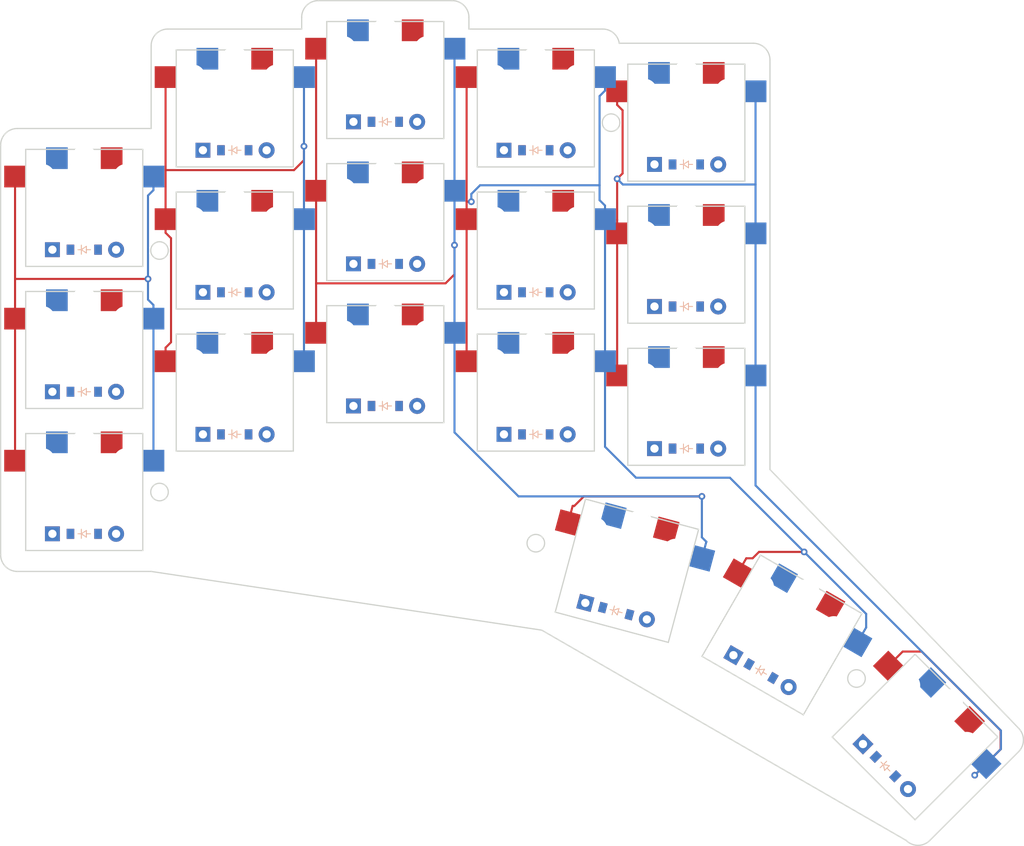
<source format=kicad_pcb>
(kicad_pcb (version 20171130) (host pcbnew 5.0.1-33cea8e~67~ubuntu18.04.1)

  (general
    (thickness 1.6)
    (drawings 102)
    (tracks 103)
    (zones 0)
    (modules 36)
    (nets 28)
  )

  (page A3)
  (title_block
    (title KEYBOARD_NAME_HERE)
    (rev VERSION_HERE)
    (company YOUR_NAME_HERE)
  )

  (layers
    (0 F.Cu signal)
    (31 B.Cu signal)
    (32 B.Adhes user)
    (33 F.Adhes user)
    (34 B.Paste user)
    (35 F.Paste user)
    (36 B.SilkS user)
    (37 F.SilkS user)
    (38 B.Mask user)
    (39 F.Mask user)
    (40 Dwgs.User user)
    (41 Cmts.User user)
    (42 Eco1.User user)
    (43 Eco2.User user)
    (44 Edge.Cuts user)
    (45 Margin user)
    (46 B.CrtYd user)
    (47 F.CrtYd user)
    (48 B.Fab user)
    (49 F.Fab user)
  )

  (setup
    (last_trace_width 0.25)
    (trace_clearance 0.2)
    (zone_clearance 0.508)
    (zone_45_only no)
    (trace_min 0.2)
    (segment_width 0.2)
    (edge_width 0.05)
    (via_size 0.8)
    (via_drill 0.4)
    (via_min_size 0.4)
    (via_min_drill 0.3)
    (uvia_size 0.3)
    (uvia_drill 0.1)
    (uvias_allowed no)
    (uvia_min_size 0.2)
    (uvia_min_drill 0.1)
    (pcb_text_width 0.3)
    (pcb_text_size 1.5 1.5)
    (mod_edge_width 0.12)
    (mod_text_size 1 1)
    (mod_text_width 0.15)
    (pad_size 1.524 1.524)
    (pad_drill 0.762)
    (pad_to_mask_clearance 0.05)
    (solder_mask_min_width 0.25)
    (aux_axis_origin 0 0)
    (visible_elements FFFFFF7F)
    (pcbplotparams
      (layerselection 0x010fc_ffffffff)
      (usegerberextensions false)
      (usegerberattributes true)
      (usegerberadvancedattributes true)
      (creategerberjobfile true)
      (excludeedgelayer true)
      (linewidth 0.100000)
      (plotframeref false)
      (viasonmask false)
      (mode 1)
      (useauxorigin false)
      (hpglpennumber 1)
      (hpglpenspeed 20)
      (hpglpendiameter 15.000000)
      (psnegative false)
      (psa4output false)
      (plotreference true)
      (plotvalue true)
      (plotinvisibletext false)
      (padsonsilk false)
      (subtractmaskfromsilk false)
      (outputformat 1)
      (mirror false)
      (drillshape 1)
      (scaleselection 1)
      (outputdirectory ""))
  )

  (net 0 "")
  (net 1 pinky_bottom)
  (net 2 P21)
  (net 3 P7)
  (net 4 pinky_home)
  (net 5 P6)
  (net 6 pinky_top)
  (net 7 P5)
  (net 8 ring_bottom)
  (net 9 P20)
  (net 10 ring_home)
  (net 11 ring_top)
  (net 12 middle_bottom)
  (net 13 P19)
  (net 14 middle_home)
  (net 15 middle_top)
  (net 16 index_bottom)
  (net 17 P18)
  (net 18 index_home)
  (net 19 index_top)
  (net 20 inner_bottom)
  (net 21 P15)
  (net 22 inner_home)
  (net 23 inner_top)
  (net 24 near_thumb)
  (net 25 P4)
  (net 26 home_thumb)
  (net 27 far_thumb)

  (net_class Default "This is the default net class."
    (clearance 0.2)
    (trace_width 0.25)
    (via_dia 0.8)
    (via_drill 0.4)
    (uvia_dia 0.3)
    (uvia_drill 0.1)
    (add_net P15)
    (add_net P18)
    (add_net P19)
    (add_net P20)
    (add_net P21)
    (add_net P4)
    (add_net P5)
    (add_net P6)
    (add_net P7)
    (add_net far_thumb)
    (add_net home_thumb)
    (add_net index_bottom)
    (add_net index_home)
    (add_net index_top)
    (add_net inner_bottom)
    (add_net inner_home)
    (add_net inner_top)
    (add_net middle_bottom)
    (add_net middle_home)
    (add_net middle_top)
    (add_net near_thumb)
    (add_net pinky_bottom)
    (add_net pinky_home)
    (add_net pinky_top)
    (add_net ring_bottom)
    (add_net ring_home)
    (add_net ring_top)
  )

  (module PG1350 (layer F.Cu) (tedit 5DD50112) (tstamp 0)
    (at 18 0)
    (fp_text reference S1 (at 0 0) (layer F.SilkS) hide
      (effects (font (size 1.27 1.27) (thickness 0.15)))
    )
    (fp_text value "" (at 0 0) (layer F.SilkS) hide
      (effects (font (size 1.27 1.27) (thickness 0.15)))
    )
    (fp_line (start -7 -6) (end -7 -7) (layer Dwgs.User) (width 0.15))
    (fp_line (start -7 7) (end -6 7) (layer Dwgs.User) (width 0.15))
    (fp_line (start -6 -7) (end -7 -7) (layer Dwgs.User) (width 0.15))
    (fp_line (start -7 7) (end -7 6) (layer Dwgs.User) (width 0.15))
    (fp_line (start 7 6) (end 7 7) (layer Dwgs.User) (width 0.15))
    (fp_line (start 7 -7) (end 6 -7) (layer Dwgs.User) (width 0.15))
    (fp_line (start 6 7) (end 7 7) (layer Dwgs.User) (width 0.15))
    (fp_line (start 7 -7) (end 7 -6) (layer Dwgs.User) (width 0.15))
    (fp_line (start -9 -8.5) (end 9 -8.5) (layer Dwgs.User) (width 0.15))
    (fp_line (start 9 -8.5) (end 9 8.5) (layer Dwgs.User) (width 0.15))
    (fp_line (start 9 8.5) (end -9 8.5) (layer Dwgs.User) (width 0.15))
    (fp_line (start -9 8.5) (end -9 -8.5) (layer Dwgs.User) (width 0.15))
    (pad "" np_thru_hole circle (at 0 0) (size 3.429 3.429) (drill 3.429) (layers *.Cu *.Mask))
    (pad "" np_thru_hole circle (at 5.5 0) (size 1.7018 1.7018) (drill 1.7018) (layers *.Cu *.Mask))
    (pad "" np_thru_hole circle (at -5.5 0) (size 1.7018 1.7018) (drill 1.7018) (layers *.Cu *.Mask))
    (pad "" np_thru_hole circle (at 5 -3.75) (size 3 3) (drill 3) (layers *.Cu *.Mask))
    (pad "" np_thru_hole circle (at 0 -5.95) (size 3 3) (drill 3) (layers *.Cu *.Mask))
    (pad 1 smd rect (at -3.275 -5.95) (size 2.6 2.6) (layers B.Cu B.Paste B.Mask)
      (net 1 pinky_bottom))
    (pad 2 smd rect (at 8.275 -3.75) (size 2.6 2.6) (layers B.Cu B.Paste B.Mask)
      (net 2 P21))
    (pad "" np_thru_hole circle (at -5 -3.75) (size 3 3) (drill 3) (layers *.Cu *.Mask))
    (pad "" np_thru_hole circle (at 0 -5.95) (size 3 3) (drill 3) (layers *.Cu *.Mask))
    (pad 1 smd rect (at 3.275 -5.95) (size 2.6 2.6) (layers F.Cu F.Paste F.Mask)
      (net 1 pinky_bottom))
    (pad 2 smd rect (at -8.275 -3.75) (size 2.6 2.6) (layers F.Cu F.Paste F.Mask)
      (net 2 P21))
  )

  (module ComboDiode (layer F.Cu) (tedit 5B24D78E) (tstamp 0)
    (at 18 5)
    (fp_text reference D1 (at 0 0) (layer F.SilkS) hide
      (effects (font (size 1.27 1.27) (thickness 0.15)))
    )
    (fp_text value "" (at 0 0) (layer F.SilkS) hide
      (effects (font (size 1.27 1.27) (thickness 0.15)))
    )
    (fp_line (start 0.25 0) (end 0.75 0) (layer F.SilkS) (width 0.1))
    (fp_line (start 0.25 0.4) (end -0.35 0) (layer F.SilkS) (width 0.1))
    (fp_line (start 0.25 -0.4) (end 0.25 0.4) (layer F.SilkS) (width 0.1))
    (fp_line (start -0.35 0) (end 0.25 -0.4) (layer F.SilkS) (width 0.1))
    (fp_line (start -0.35 0) (end -0.35 0.55) (layer F.SilkS) (width 0.1))
    (fp_line (start -0.35 0) (end -0.35 -0.55) (layer F.SilkS) (width 0.1))
    (fp_line (start -0.75 0) (end -0.35 0) (layer F.SilkS) (width 0.1))
    (fp_line (start 0.25 0) (end 0.75 0) (layer B.SilkS) (width 0.1))
    (fp_line (start 0.25 0.4) (end -0.35 0) (layer B.SilkS) (width 0.1))
    (fp_line (start 0.25 -0.4) (end 0.25 0.4) (layer B.SilkS) (width 0.1))
    (fp_line (start -0.35 0) (end 0.25 -0.4) (layer B.SilkS) (width 0.1))
    (fp_line (start -0.35 0) (end -0.35 0.55) (layer B.SilkS) (width 0.1))
    (fp_line (start -0.35 0) (end -0.35 -0.55) (layer B.SilkS) (width 0.1))
    (fp_line (start -0.75 0) (end -0.35 0) (layer B.SilkS) (width 0.1))
    (pad 1 smd rect (at -1.65 0) (size 0.9 1.2) (layers F.Cu F.Paste F.Mask)
      (net 3 P7))
    (pad 2 smd rect (at 1.65 0) (size 0.9 1.2) (layers B.Cu B.Paste B.Mask)
      (net 1 pinky_bottom))
    (pad 1 smd rect (at -1.65 0) (size 0.9 1.2) (layers B.Cu B.Paste B.Mask)
      (net 3 P7))
    (pad 2 smd rect (at 1.65 0) (size 0.9 1.2) (layers F.Cu F.Paste F.Mask)
      (net 1 pinky_bottom))
    (pad 1 thru_hole circle (at 3.81 0) (size 1.905 1.905) (drill 0.9906) (layers *.Cu *.Mask)
      (net 1 pinky_bottom))
    (pad 2 thru_hole rect (at -3.81 0) (size 1.778 1.778) (drill 0.9906) (layers *.Cu *.Mask)
      (net 3 P7))
  )

  (module PG1350 (layer F.Cu) (tedit 5DD50112) (tstamp 0)
    (at 18 -17)
    (fp_text reference S2 (at 0 0) (layer F.SilkS) hide
      (effects (font (size 1.27 1.27) (thickness 0.15)))
    )
    (fp_text value "" (at 0 0) (layer F.SilkS) hide
      (effects (font (size 1.27 1.27) (thickness 0.15)))
    )
    (fp_line (start -7 -6) (end -7 -7) (layer Dwgs.User) (width 0.15))
    (fp_line (start -7 7) (end -6 7) (layer Dwgs.User) (width 0.15))
    (fp_line (start -6 -7) (end -7 -7) (layer Dwgs.User) (width 0.15))
    (fp_line (start -7 7) (end -7 6) (layer Dwgs.User) (width 0.15))
    (fp_line (start 7 6) (end 7 7) (layer Dwgs.User) (width 0.15))
    (fp_line (start 7 -7) (end 6 -7) (layer Dwgs.User) (width 0.15))
    (fp_line (start 6 7) (end 7 7) (layer Dwgs.User) (width 0.15))
    (fp_line (start 7 -7) (end 7 -6) (layer Dwgs.User) (width 0.15))
    (fp_line (start -9 -8.5) (end 9 -8.5) (layer Dwgs.User) (width 0.15))
    (fp_line (start 9 -8.5) (end 9 8.5) (layer Dwgs.User) (width 0.15))
    (fp_line (start 9 8.5) (end -9 8.5) (layer Dwgs.User) (width 0.15))
    (fp_line (start -9 8.5) (end -9 -8.5) (layer Dwgs.User) (width 0.15))
    (pad "" np_thru_hole circle (at 0 0) (size 3.429 3.429) (drill 3.429) (layers *.Cu *.Mask))
    (pad "" np_thru_hole circle (at 5.5 0) (size 1.7018 1.7018) (drill 1.7018) (layers *.Cu *.Mask))
    (pad "" np_thru_hole circle (at -5.5 0) (size 1.7018 1.7018) (drill 1.7018) (layers *.Cu *.Mask))
    (pad "" np_thru_hole circle (at 5 -3.75) (size 3 3) (drill 3) (layers *.Cu *.Mask))
    (pad "" np_thru_hole circle (at 0 -5.95) (size 3 3) (drill 3) (layers *.Cu *.Mask))
    (pad 1 smd rect (at -3.275 -5.95) (size 2.6 2.6) (layers B.Cu B.Paste B.Mask)
      (net 4 pinky_home))
    (pad 2 smd rect (at 8.275 -3.75) (size 2.6 2.6) (layers B.Cu B.Paste B.Mask)
      (net 2 P21))
    (pad "" np_thru_hole circle (at -5 -3.75) (size 3 3) (drill 3) (layers *.Cu *.Mask))
    (pad "" np_thru_hole circle (at 0 -5.95) (size 3 3) (drill 3) (layers *.Cu *.Mask))
    (pad 1 smd rect (at 3.275 -5.95) (size 2.6 2.6) (layers F.Cu F.Paste F.Mask)
      (net 4 pinky_home))
    (pad 2 smd rect (at -8.275 -3.75) (size 2.6 2.6) (layers F.Cu F.Paste F.Mask)
      (net 2 P21))
  )

  (module ComboDiode (layer F.Cu) (tedit 5B24D78E) (tstamp 0)
    (at 18 -12)
    (fp_text reference D2 (at 0 0) (layer F.SilkS) hide
      (effects (font (size 1.27 1.27) (thickness 0.15)))
    )
    (fp_text value "" (at 0 0) (layer F.SilkS) hide
      (effects (font (size 1.27 1.27) (thickness 0.15)))
    )
    (fp_line (start 0.25 0) (end 0.75 0) (layer F.SilkS) (width 0.1))
    (fp_line (start 0.25 0.4) (end -0.35 0) (layer F.SilkS) (width 0.1))
    (fp_line (start 0.25 -0.4) (end 0.25 0.4) (layer F.SilkS) (width 0.1))
    (fp_line (start -0.35 0) (end 0.25 -0.4) (layer F.SilkS) (width 0.1))
    (fp_line (start -0.35 0) (end -0.35 0.55) (layer F.SilkS) (width 0.1))
    (fp_line (start -0.35 0) (end -0.35 -0.55) (layer F.SilkS) (width 0.1))
    (fp_line (start -0.75 0) (end -0.35 0) (layer F.SilkS) (width 0.1))
    (fp_line (start 0.25 0) (end 0.75 0) (layer B.SilkS) (width 0.1))
    (fp_line (start 0.25 0.4) (end -0.35 0) (layer B.SilkS) (width 0.1))
    (fp_line (start 0.25 -0.4) (end 0.25 0.4) (layer B.SilkS) (width 0.1))
    (fp_line (start -0.35 0) (end 0.25 -0.4) (layer B.SilkS) (width 0.1))
    (fp_line (start -0.35 0) (end -0.35 0.55) (layer B.SilkS) (width 0.1))
    (fp_line (start -0.35 0) (end -0.35 -0.55) (layer B.SilkS) (width 0.1))
    (fp_line (start -0.75 0) (end -0.35 0) (layer B.SilkS) (width 0.1))
    (pad 1 smd rect (at -1.65 0) (size 0.9 1.2) (layers F.Cu F.Paste F.Mask)
      (net 5 P6))
    (pad 2 smd rect (at 1.65 0) (size 0.9 1.2) (layers B.Cu B.Paste B.Mask)
      (net 4 pinky_home))
    (pad 1 smd rect (at -1.65 0) (size 0.9 1.2) (layers B.Cu B.Paste B.Mask)
      (net 5 P6))
    (pad 2 smd rect (at 1.65 0) (size 0.9 1.2) (layers F.Cu F.Paste F.Mask)
      (net 4 pinky_home))
    (pad 1 thru_hole circle (at 3.81 0) (size 1.905 1.905) (drill 0.9906) (layers *.Cu *.Mask)
      (net 4 pinky_home))
    (pad 2 thru_hole rect (at -3.81 0) (size 1.778 1.778) (drill 0.9906) (layers *.Cu *.Mask)
      (net 5 P6))
  )

  (module PG1350 (layer F.Cu) (tedit 5DD50112) (tstamp 0)
    (at 18 -34)
    (fp_text reference S3 (at 0 0) (layer F.SilkS) hide
      (effects (font (size 1.27 1.27) (thickness 0.15)))
    )
    (fp_text value "" (at 0 0) (layer F.SilkS) hide
      (effects (font (size 1.27 1.27) (thickness 0.15)))
    )
    (fp_line (start -7 -6) (end -7 -7) (layer Dwgs.User) (width 0.15))
    (fp_line (start -7 7) (end -6 7) (layer Dwgs.User) (width 0.15))
    (fp_line (start -6 -7) (end -7 -7) (layer Dwgs.User) (width 0.15))
    (fp_line (start -7 7) (end -7 6) (layer Dwgs.User) (width 0.15))
    (fp_line (start 7 6) (end 7 7) (layer Dwgs.User) (width 0.15))
    (fp_line (start 7 -7) (end 6 -7) (layer Dwgs.User) (width 0.15))
    (fp_line (start 6 7) (end 7 7) (layer Dwgs.User) (width 0.15))
    (fp_line (start 7 -7) (end 7 -6) (layer Dwgs.User) (width 0.15))
    (fp_line (start -9 -8.5) (end 9 -8.5) (layer Dwgs.User) (width 0.15))
    (fp_line (start 9 -8.5) (end 9 8.5) (layer Dwgs.User) (width 0.15))
    (fp_line (start 9 8.5) (end -9 8.5) (layer Dwgs.User) (width 0.15))
    (fp_line (start -9 8.5) (end -9 -8.5) (layer Dwgs.User) (width 0.15))
    (pad "" np_thru_hole circle (at 0 0) (size 3.429 3.429) (drill 3.429) (layers *.Cu *.Mask))
    (pad "" np_thru_hole circle (at 5.5 0) (size 1.7018 1.7018) (drill 1.7018) (layers *.Cu *.Mask))
    (pad "" np_thru_hole circle (at -5.5 0) (size 1.7018 1.7018) (drill 1.7018) (layers *.Cu *.Mask))
    (pad "" np_thru_hole circle (at 5 -3.75) (size 3 3) (drill 3) (layers *.Cu *.Mask))
    (pad "" np_thru_hole circle (at 0 -5.95) (size 3 3) (drill 3) (layers *.Cu *.Mask))
    (pad 1 smd rect (at -3.275 -5.95) (size 2.6 2.6) (layers B.Cu B.Paste B.Mask)
      (net 6 pinky_top))
    (pad 2 smd rect (at 8.275 -3.75) (size 2.6 2.6) (layers B.Cu B.Paste B.Mask)
      (net 2 P21))
    (pad "" np_thru_hole circle (at -5 -3.75) (size 3 3) (drill 3) (layers *.Cu *.Mask))
    (pad "" np_thru_hole circle (at 0 -5.95) (size 3 3) (drill 3) (layers *.Cu *.Mask))
    (pad 1 smd rect (at 3.275 -5.95) (size 2.6 2.6) (layers F.Cu F.Paste F.Mask)
      (net 6 pinky_top))
    (pad 2 smd rect (at -8.275 -3.75) (size 2.6 2.6) (layers F.Cu F.Paste F.Mask)
      (net 2 P21))
  )

  (module ComboDiode (layer F.Cu) (tedit 5B24D78E) (tstamp 0)
    (at 18 -29)
    (fp_text reference D3 (at 0 0) (layer F.SilkS) hide
      (effects (font (size 1.27 1.27) (thickness 0.15)))
    )
    (fp_text value "" (at 0 0) (layer F.SilkS) hide
      (effects (font (size 1.27 1.27) (thickness 0.15)))
    )
    (fp_line (start 0.25 0) (end 0.75 0) (layer F.SilkS) (width 0.1))
    (fp_line (start 0.25 0.4) (end -0.35 0) (layer F.SilkS) (width 0.1))
    (fp_line (start 0.25 -0.4) (end 0.25 0.4) (layer F.SilkS) (width 0.1))
    (fp_line (start -0.35 0) (end 0.25 -0.4) (layer F.SilkS) (width 0.1))
    (fp_line (start -0.35 0) (end -0.35 0.55) (layer F.SilkS) (width 0.1))
    (fp_line (start -0.35 0) (end -0.35 -0.55) (layer F.SilkS) (width 0.1))
    (fp_line (start -0.75 0) (end -0.35 0) (layer F.SilkS) (width 0.1))
    (fp_line (start 0.25 0) (end 0.75 0) (layer B.SilkS) (width 0.1))
    (fp_line (start 0.25 0.4) (end -0.35 0) (layer B.SilkS) (width 0.1))
    (fp_line (start 0.25 -0.4) (end 0.25 0.4) (layer B.SilkS) (width 0.1))
    (fp_line (start -0.35 0) (end 0.25 -0.4) (layer B.SilkS) (width 0.1))
    (fp_line (start -0.35 0) (end -0.35 0.55) (layer B.SilkS) (width 0.1))
    (fp_line (start -0.35 0) (end -0.35 -0.55) (layer B.SilkS) (width 0.1))
    (fp_line (start -0.75 0) (end -0.35 0) (layer B.SilkS) (width 0.1))
    (pad 1 smd rect (at -1.65 0) (size 0.9 1.2) (layers F.Cu F.Paste F.Mask)
      (net 7 P5))
    (pad 2 smd rect (at 1.65 0) (size 0.9 1.2) (layers B.Cu B.Paste B.Mask)
      (net 6 pinky_top))
    (pad 1 smd rect (at -1.65 0) (size 0.9 1.2) (layers B.Cu B.Paste B.Mask)
      (net 7 P5))
    (pad 2 smd rect (at 1.65 0) (size 0.9 1.2) (layers F.Cu F.Paste F.Mask)
      (net 6 pinky_top))
    (pad 1 thru_hole circle (at 3.81 0) (size 1.905 1.905) (drill 0.9906) (layers *.Cu *.Mask)
      (net 6 pinky_top))
    (pad 2 thru_hole rect (at -3.81 0) (size 1.778 1.778) (drill 0.9906) (layers *.Cu *.Mask)
      (net 7 P5))
  )

  (module PG1350 (layer F.Cu) (tedit 5DD50112) (tstamp 0)
    (at 36 -11.9)
    (fp_text reference S4 (at 0 0) (layer F.SilkS) hide
      (effects (font (size 1.27 1.27) (thickness 0.15)))
    )
    (fp_text value "" (at 0 0) (layer F.SilkS) hide
      (effects (font (size 1.27 1.27) (thickness 0.15)))
    )
    (fp_line (start -7 -6) (end -7 -7) (layer Dwgs.User) (width 0.15))
    (fp_line (start -7 7) (end -6 7) (layer Dwgs.User) (width 0.15))
    (fp_line (start -6 -7) (end -7 -7) (layer Dwgs.User) (width 0.15))
    (fp_line (start -7 7) (end -7 6) (layer Dwgs.User) (width 0.15))
    (fp_line (start 7 6) (end 7 7) (layer Dwgs.User) (width 0.15))
    (fp_line (start 7 -7) (end 6 -7) (layer Dwgs.User) (width 0.15))
    (fp_line (start 6 7) (end 7 7) (layer Dwgs.User) (width 0.15))
    (fp_line (start 7 -7) (end 7 -6) (layer Dwgs.User) (width 0.15))
    (fp_line (start -9 -8.5) (end 9 -8.5) (layer Dwgs.User) (width 0.15))
    (fp_line (start 9 -8.5) (end 9 8.5) (layer Dwgs.User) (width 0.15))
    (fp_line (start 9 8.5) (end -9 8.5) (layer Dwgs.User) (width 0.15))
    (fp_line (start -9 8.5) (end -9 -8.5) (layer Dwgs.User) (width 0.15))
    (pad "" np_thru_hole circle (at 0 0) (size 3.429 3.429) (drill 3.429) (layers *.Cu *.Mask))
    (pad "" np_thru_hole circle (at 5.5 0) (size 1.7018 1.7018) (drill 1.7018) (layers *.Cu *.Mask))
    (pad "" np_thru_hole circle (at -5.5 0) (size 1.7018 1.7018) (drill 1.7018) (layers *.Cu *.Mask))
    (pad "" np_thru_hole circle (at 5 -3.75) (size 3 3) (drill 3) (layers *.Cu *.Mask))
    (pad "" np_thru_hole circle (at 0 -5.95) (size 3 3) (drill 3) (layers *.Cu *.Mask))
    (pad 1 smd rect (at -3.275 -5.95) (size 2.6 2.6) (layers B.Cu B.Paste B.Mask)
      (net 8 ring_bottom))
    (pad 2 smd rect (at 8.275 -3.75) (size 2.6 2.6) (layers B.Cu B.Paste B.Mask)
      (net 9 P20))
    (pad "" np_thru_hole circle (at -5 -3.75) (size 3 3) (drill 3) (layers *.Cu *.Mask))
    (pad "" np_thru_hole circle (at 0 -5.95) (size 3 3) (drill 3) (layers *.Cu *.Mask))
    (pad 1 smd rect (at 3.275 -5.95) (size 2.6 2.6) (layers F.Cu F.Paste F.Mask)
      (net 8 ring_bottom))
    (pad 2 smd rect (at -8.275 -3.75) (size 2.6 2.6) (layers F.Cu F.Paste F.Mask)
      (net 9 P20))
  )

  (module ComboDiode (layer F.Cu) (tedit 5B24D78E) (tstamp 0)
    (at 36 -6.9)
    (fp_text reference D4 (at 0 0) (layer F.SilkS) hide
      (effects (font (size 1.27 1.27) (thickness 0.15)))
    )
    (fp_text value "" (at 0 0) (layer F.SilkS) hide
      (effects (font (size 1.27 1.27) (thickness 0.15)))
    )
    (fp_line (start 0.25 0) (end 0.75 0) (layer F.SilkS) (width 0.1))
    (fp_line (start 0.25 0.4) (end -0.35 0) (layer F.SilkS) (width 0.1))
    (fp_line (start 0.25 -0.4) (end 0.25 0.4) (layer F.SilkS) (width 0.1))
    (fp_line (start -0.35 0) (end 0.25 -0.4) (layer F.SilkS) (width 0.1))
    (fp_line (start -0.35 0) (end -0.35 0.55) (layer F.SilkS) (width 0.1))
    (fp_line (start -0.35 0) (end -0.35 -0.55) (layer F.SilkS) (width 0.1))
    (fp_line (start -0.75 0) (end -0.35 0) (layer F.SilkS) (width 0.1))
    (fp_line (start 0.25 0) (end 0.75 0) (layer B.SilkS) (width 0.1))
    (fp_line (start 0.25 0.4) (end -0.35 0) (layer B.SilkS) (width 0.1))
    (fp_line (start 0.25 -0.4) (end 0.25 0.4) (layer B.SilkS) (width 0.1))
    (fp_line (start -0.35 0) (end 0.25 -0.4) (layer B.SilkS) (width 0.1))
    (fp_line (start -0.35 0) (end -0.35 0.55) (layer B.SilkS) (width 0.1))
    (fp_line (start -0.35 0) (end -0.35 -0.55) (layer B.SilkS) (width 0.1))
    (fp_line (start -0.75 0) (end -0.35 0) (layer B.SilkS) (width 0.1))
    (pad 1 smd rect (at -1.65 0) (size 0.9 1.2) (layers F.Cu F.Paste F.Mask)
      (net 3 P7))
    (pad 2 smd rect (at 1.65 0) (size 0.9 1.2) (layers B.Cu B.Paste B.Mask)
      (net 8 ring_bottom))
    (pad 1 smd rect (at -1.65 0) (size 0.9 1.2) (layers B.Cu B.Paste B.Mask)
      (net 3 P7))
    (pad 2 smd rect (at 1.65 0) (size 0.9 1.2) (layers F.Cu F.Paste F.Mask)
      (net 8 ring_bottom))
    (pad 1 thru_hole circle (at 3.81 0) (size 1.905 1.905) (drill 0.9906) (layers *.Cu *.Mask)
      (net 8 ring_bottom))
    (pad 2 thru_hole rect (at -3.81 0) (size 1.778 1.778) (drill 0.9906) (layers *.Cu *.Mask)
      (net 3 P7))
  )

  (module PG1350 (layer F.Cu) (tedit 5DD50112) (tstamp 0)
    (at 36 -28.9)
    (fp_text reference S5 (at 0 0) (layer F.SilkS) hide
      (effects (font (size 1.27 1.27) (thickness 0.15)))
    )
    (fp_text value "" (at 0 0) (layer F.SilkS) hide
      (effects (font (size 1.27 1.27) (thickness 0.15)))
    )
    (fp_line (start -7 -6) (end -7 -7) (layer Dwgs.User) (width 0.15))
    (fp_line (start -7 7) (end -6 7) (layer Dwgs.User) (width 0.15))
    (fp_line (start -6 -7) (end -7 -7) (layer Dwgs.User) (width 0.15))
    (fp_line (start -7 7) (end -7 6) (layer Dwgs.User) (width 0.15))
    (fp_line (start 7 6) (end 7 7) (layer Dwgs.User) (width 0.15))
    (fp_line (start 7 -7) (end 6 -7) (layer Dwgs.User) (width 0.15))
    (fp_line (start 6 7) (end 7 7) (layer Dwgs.User) (width 0.15))
    (fp_line (start 7 -7) (end 7 -6) (layer Dwgs.User) (width 0.15))
    (fp_line (start -9 -8.5) (end 9 -8.5) (layer Dwgs.User) (width 0.15))
    (fp_line (start 9 -8.5) (end 9 8.5) (layer Dwgs.User) (width 0.15))
    (fp_line (start 9 8.5) (end -9 8.5) (layer Dwgs.User) (width 0.15))
    (fp_line (start -9 8.5) (end -9 -8.5) (layer Dwgs.User) (width 0.15))
    (pad "" np_thru_hole circle (at 0 0) (size 3.429 3.429) (drill 3.429) (layers *.Cu *.Mask))
    (pad "" np_thru_hole circle (at 5.5 0) (size 1.7018 1.7018) (drill 1.7018) (layers *.Cu *.Mask))
    (pad "" np_thru_hole circle (at -5.5 0) (size 1.7018 1.7018) (drill 1.7018) (layers *.Cu *.Mask))
    (pad "" np_thru_hole circle (at 5 -3.75) (size 3 3) (drill 3) (layers *.Cu *.Mask))
    (pad "" np_thru_hole circle (at 0 -5.95) (size 3 3) (drill 3) (layers *.Cu *.Mask))
    (pad 1 smd rect (at -3.275 -5.95) (size 2.6 2.6) (layers B.Cu B.Paste B.Mask)
      (net 10 ring_home))
    (pad 2 smd rect (at 8.275 -3.75) (size 2.6 2.6) (layers B.Cu B.Paste B.Mask)
      (net 9 P20))
    (pad "" np_thru_hole circle (at -5 -3.75) (size 3 3) (drill 3) (layers *.Cu *.Mask))
    (pad "" np_thru_hole circle (at 0 -5.95) (size 3 3) (drill 3) (layers *.Cu *.Mask))
    (pad 1 smd rect (at 3.275 -5.95) (size 2.6 2.6) (layers F.Cu F.Paste F.Mask)
      (net 10 ring_home))
    (pad 2 smd rect (at -8.275 -3.75) (size 2.6 2.6) (layers F.Cu F.Paste F.Mask)
      (net 9 P20))
  )

  (module ComboDiode (layer F.Cu) (tedit 5B24D78E) (tstamp 0)
    (at 36 -23.9)
    (fp_text reference D5 (at 0 0) (layer F.SilkS) hide
      (effects (font (size 1.27 1.27) (thickness 0.15)))
    )
    (fp_text value "" (at 0 0) (layer F.SilkS) hide
      (effects (font (size 1.27 1.27) (thickness 0.15)))
    )
    (fp_line (start 0.25 0) (end 0.75 0) (layer F.SilkS) (width 0.1))
    (fp_line (start 0.25 0.4) (end -0.35 0) (layer F.SilkS) (width 0.1))
    (fp_line (start 0.25 -0.4) (end 0.25 0.4) (layer F.SilkS) (width 0.1))
    (fp_line (start -0.35 0) (end 0.25 -0.4) (layer F.SilkS) (width 0.1))
    (fp_line (start -0.35 0) (end -0.35 0.55) (layer F.SilkS) (width 0.1))
    (fp_line (start -0.35 0) (end -0.35 -0.55) (layer F.SilkS) (width 0.1))
    (fp_line (start -0.75 0) (end -0.35 0) (layer F.SilkS) (width 0.1))
    (fp_line (start 0.25 0) (end 0.75 0) (layer B.SilkS) (width 0.1))
    (fp_line (start 0.25 0.4) (end -0.35 0) (layer B.SilkS) (width 0.1))
    (fp_line (start 0.25 -0.4) (end 0.25 0.4) (layer B.SilkS) (width 0.1))
    (fp_line (start -0.35 0) (end 0.25 -0.4) (layer B.SilkS) (width 0.1))
    (fp_line (start -0.35 0) (end -0.35 0.55) (layer B.SilkS) (width 0.1))
    (fp_line (start -0.35 0) (end -0.35 -0.55) (layer B.SilkS) (width 0.1))
    (fp_line (start -0.75 0) (end -0.35 0) (layer B.SilkS) (width 0.1))
    (pad 1 smd rect (at -1.65 0) (size 0.9 1.2) (layers F.Cu F.Paste F.Mask)
      (net 5 P6))
    (pad 2 smd rect (at 1.65 0) (size 0.9 1.2) (layers B.Cu B.Paste B.Mask)
      (net 10 ring_home))
    (pad 1 smd rect (at -1.65 0) (size 0.9 1.2) (layers B.Cu B.Paste B.Mask)
      (net 5 P6))
    (pad 2 smd rect (at 1.65 0) (size 0.9 1.2) (layers F.Cu F.Paste F.Mask)
      (net 10 ring_home))
    (pad 1 thru_hole circle (at 3.81 0) (size 1.905 1.905) (drill 0.9906) (layers *.Cu *.Mask)
      (net 10 ring_home))
    (pad 2 thru_hole rect (at -3.81 0) (size 1.778 1.778) (drill 0.9906) (layers *.Cu *.Mask)
      (net 5 P6))
  )

  (module PG1350 (layer F.Cu) (tedit 5DD50112) (tstamp 0)
    (at 36 -45.9)
    (fp_text reference S6 (at 0 0) (layer F.SilkS) hide
      (effects (font (size 1.27 1.27) (thickness 0.15)))
    )
    (fp_text value "" (at 0 0) (layer F.SilkS) hide
      (effects (font (size 1.27 1.27) (thickness 0.15)))
    )
    (fp_line (start -7 -6) (end -7 -7) (layer Dwgs.User) (width 0.15))
    (fp_line (start -7 7) (end -6 7) (layer Dwgs.User) (width 0.15))
    (fp_line (start -6 -7) (end -7 -7) (layer Dwgs.User) (width 0.15))
    (fp_line (start -7 7) (end -7 6) (layer Dwgs.User) (width 0.15))
    (fp_line (start 7 6) (end 7 7) (layer Dwgs.User) (width 0.15))
    (fp_line (start 7 -7) (end 6 -7) (layer Dwgs.User) (width 0.15))
    (fp_line (start 6 7) (end 7 7) (layer Dwgs.User) (width 0.15))
    (fp_line (start 7 -7) (end 7 -6) (layer Dwgs.User) (width 0.15))
    (fp_line (start -9 -8.5) (end 9 -8.5) (layer Dwgs.User) (width 0.15))
    (fp_line (start 9 -8.5) (end 9 8.5) (layer Dwgs.User) (width 0.15))
    (fp_line (start 9 8.5) (end -9 8.5) (layer Dwgs.User) (width 0.15))
    (fp_line (start -9 8.5) (end -9 -8.5) (layer Dwgs.User) (width 0.15))
    (pad "" np_thru_hole circle (at 0 0) (size 3.429 3.429) (drill 3.429) (layers *.Cu *.Mask))
    (pad "" np_thru_hole circle (at 5.5 0) (size 1.7018 1.7018) (drill 1.7018) (layers *.Cu *.Mask))
    (pad "" np_thru_hole circle (at -5.5 0) (size 1.7018 1.7018) (drill 1.7018) (layers *.Cu *.Mask))
    (pad "" np_thru_hole circle (at 5 -3.75) (size 3 3) (drill 3) (layers *.Cu *.Mask))
    (pad "" np_thru_hole circle (at 0 -5.95) (size 3 3) (drill 3) (layers *.Cu *.Mask))
    (pad 1 smd rect (at -3.275 -5.95) (size 2.6 2.6) (layers B.Cu B.Paste B.Mask)
      (net 11 ring_top))
    (pad 2 smd rect (at 8.275 -3.75) (size 2.6 2.6) (layers B.Cu B.Paste B.Mask)
      (net 9 P20))
    (pad "" np_thru_hole circle (at -5 -3.75) (size 3 3) (drill 3) (layers *.Cu *.Mask))
    (pad "" np_thru_hole circle (at 0 -5.95) (size 3 3) (drill 3) (layers *.Cu *.Mask))
    (pad 1 smd rect (at 3.275 -5.95) (size 2.6 2.6) (layers F.Cu F.Paste F.Mask)
      (net 11 ring_top))
    (pad 2 smd rect (at -8.275 -3.75) (size 2.6 2.6) (layers F.Cu F.Paste F.Mask)
      (net 9 P20))
  )

  (module ComboDiode (layer F.Cu) (tedit 5B24D78E) (tstamp 0)
    (at 36 -40.9)
    (fp_text reference D6 (at 0 0) (layer F.SilkS) hide
      (effects (font (size 1.27 1.27) (thickness 0.15)))
    )
    (fp_text value "" (at 0 0) (layer F.SilkS) hide
      (effects (font (size 1.27 1.27) (thickness 0.15)))
    )
    (fp_line (start 0.25 0) (end 0.75 0) (layer F.SilkS) (width 0.1))
    (fp_line (start 0.25 0.4) (end -0.35 0) (layer F.SilkS) (width 0.1))
    (fp_line (start 0.25 -0.4) (end 0.25 0.4) (layer F.SilkS) (width 0.1))
    (fp_line (start -0.35 0) (end 0.25 -0.4) (layer F.SilkS) (width 0.1))
    (fp_line (start -0.35 0) (end -0.35 0.55) (layer F.SilkS) (width 0.1))
    (fp_line (start -0.35 0) (end -0.35 -0.55) (layer F.SilkS) (width 0.1))
    (fp_line (start -0.75 0) (end -0.35 0) (layer F.SilkS) (width 0.1))
    (fp_line (start 0.25 0) (end 0.75 0) (layer B.SilkS) (width 0.1))
    (fp_line (start 0.25 0.4) (end -0.35 0) (layer B.SilkS) (width 0.1))
    (fp_line (start 0.25 -0.4) (end 0.25 0.4) (layer B.SilkS) (width 0.1))
    (fp_line (start -0.35 0) (end 0.25 -0.4) (layer B.SilkS) (width 0.1))
    (fp_line (start -0.35 0) (end -0.35 0.55) (layer B.SilkS) (width 0.1))
    (fp_line (start -0.35 0) (end -0.35 -0.55) (layer B.SilkS) (width 0.1))
    (fp_line (start -0.75 0) (end -0.35 0) (layer B.SilkS) (width 0.1))
    (pad 1 smd rect (at -1.65 0) (size 0.9 1.2) (layers F.Cu F.Paste F.Mask)
      (net 7 P5))
    (pad 2 smd rect (at 1.65 0) (size 0.9 1.2) (layers B.Cu B.Paste B.Mask)
      (net 11 ring_top))
    (pad 1 smd rect (at -1.65 0) (size 0.9 1.2) (layers B.Cu B.Paste B.Mask)
      (net 7 P5))
    (pad 2 smd rect (at 1.65 0) (size 0.9 1.2) (layers F.Cu F.Paste F.Mask)
      (net 11 ring_top))
    (pad 1 thru_hole circle (at 3.81 0) (size 1.905 1.905) (drill 0.9906) (layers *.Cu *.Mask)
      (net 11 ring_top))
    (pad 2 thru_hole rect (at -3.81 0) (size 1.778 1.778) (drill 0.9906) (layers *.Cu *.Mask)
      (net 7 P5))
  )

  (module PG1350 (layer F.Cu) (tedit 5DD50112) (tstamp 0)
    (at 54 -15.3)
    (fp_text reference S7 (at 0 0) (layer F.SilkS) hide
      (effects (font (size 1.27 1.27) (thickness 0.15)))
    )
    (fp_text value "" (at 0 0) (layer F.SilkS) hide
      (effects (font (size 1.27 1.27) (thickness 0.15)))
    )
    (fp_line (start -7 -6) (end -7 -7) (layer Dwgs.User) (width 0.15))
    (fp_line (start -7 7) (end -6 7) (layer Dwgs.User) (width 0.15))
    (fp_line (start -6 -7) (end -7 -7) (layer Dwgs.User) (width 0.15))
    (fp_line (start -7 7) (end -7 6) (layer Dwgs.User) (width 0.15))
    (fp_line (start 7 6) (end 7 7) (layer Dwgs.User) (width 0.15))
    (fp_line (start 7 -7) (end 6 -7) (layer Dwgs.User) (width 0.15))
    (fp_line (start 6 7) (end 7 7) (layer Dwgs.User) (width 0.15))
    (fp_line (start 7 -7) (end 7 -6) (layer Dwgs.User) (width 0.15))
    (fp_line (start -9 -8.5) (end 9 -8.5) (layer Dwgs.User) (width 0.15))
    (fp_line (start 9 -8.5) (end 9 8.5) (layer Dwgs.User) (width 0.15))
    (fp_line (start 9 8.5) (end -9 8.5) (layer Dwgs.User) (width 0.15))
    (fp_line (start -9 8.5) (end -9 -8.5) (layer Dwgs.User) (width 0.15))
    (pad "" np_thru_hole circle (at 0 0) (size 3.429 3.429) (drill 3.429) (layers *.Cu *.Mask))
    (pad "" np_thru_hole circle (at 5.5 0) (size 1.7018 1.7018) (drill 1.7018) (layers *.Cu *.Mask))
    (pad "" np_thru_hole circle (at -5.5 0) (size 1.7018 1.7018) (drill 1.7018) (layers *.Cu *.Mask))
    (pad "" np_thru_hole circle (at 5 -3.75) (size 3 3) (drill 3) (layers *.Cu *.Mask))
    (pad "" np_thru_hole circle (at 0 -5.95) (size 3 3) (drill 3) (layers *.Cu *.Mask))
    (pad 1 smd rect (at -3.275 -5.95) (size 2.6 2.6) (layers B.Cu B.Paste B.Mask)
      (net 12 middle_bottom))
    (pad 2 smd rect (at 8.275 -3.75) (size 2.6 2.6) (layers B.Cu B.Paste B.Mask)
      (net 13 P19))
    (pad "" np_thru_hole circle (at -5 -3.75) (size 3 3) (drill 3) (layers *.Cu *.Mask))
    (pad "" np_thru_hole circle (at 0 -5.95) (size 3 3) (drill 3) (layers *.Cu *.Mask))
    (pad 1 smd rect (at 3.275 -5.95) (size 2.6 2.6) (layers F.Cu F.Paste F.Mask)
      (net 12 middle_bottom))
    (pad 2 smd rect (at -8.275 -3.75) (size 2.6 2.6) (layers F.Cu F.Paste F.Mask)
      (net 13 P19))
  )

  (module ComboDiode (layer F.Cu) (tedit 5B24D78E) (tstamp 0)
    (at 54 -10.3)
    (fp_text reference D7 (at 0 0) (layer F.SilkS) hide
      (effects (font (size 1.27 1.27) (thickness 0.15)))
    )
    (fp_text value "" (at 0 0) (layer F.SilkS) hide
      (effects (font (size 1.27 1.27) (thickness 0.15)))
    )
    (fp_line (start 0.25 0) (end 0.75 0) (layer F.SilkS) (width 0.1))
    (fp_line (start 0.25 0.4) (end -0.35 0) (layer F.SilkS) (width 0.1))
    (fp_line (start 0.25 -0.4) (end 0.25 0.4) (layer F.SilkS) (width 0.1))
    (fp_line (start -0.35 0) (end 0.25 -0.4) (layer F.SilkS) (width 0.1))
    (fp_line (start -0.35 0) (end -0.35 0.55) (layer F.SilkS) (width 0.1))
    (fp_line (start -0.35 0) (end -0.35 -0.55) (layer F.SilkS) (width 0.1))
    (fp_line (start -0.75 0) (end -0.35 0) (layer F.SilkS) (width 0.1))
    (fp_line (start 0.25 0) (end 0.75 0) (layer B.SilkS) (width 0.1))
    (fp_line (start 0.25 0.4) (end -0.35 0) (layer B.SilkS) (width 0.1))
    (fp_line (start 0.25 -0.4) (end 0.25 0.4) (layer B.SilkS) (width 0.1))
    (fp_line (start -0.35 0) (end 0.25 -0.4) (layer B.SilkS) (width 0.1))
    (fp_line (start -0.35 0) (end -0.35 0.55) (layer B.SilkS) (width 0.1))
    (fp_line (start -0.35 0) (end -0.35 -0.55) (layer B.SilkS) (width 0.1))
    (fp_line (start -0.75 0) (end -0.35 0) (layer B.SilkS) (width 0.1))
    (pad 1 smd rect (at -1.65 0) (size 0.9 1.2) (layers F.Cu F.Paste F.Mask)
      (net 3 P7))
    (pad 2 smd rect (at 1.65 0) (size 0.9 1.2) (layers B.Cu B.Paste B.Mask)
      (net 12 middle_bottom))
    (pad 1 smd rect (at -1.65 0) (size 0.9 1.2) (layers B.Cu B.Paste B.Mask)
      (net 3 P7))
    (pad 2 smd rect (at 1.65 0) (size 0.9 1.2) (layers F.Cu F.Paste F.Mask)
      (net 12 middle_bottom))
    (pad 1 thru_hole circle (at 3.81 0) (size 1.905 1.905) (drill 0.9906) (layers *.Cu *.Mask)
      (net 12 middle_bottom))
    (pad 2 thru_hole rect (at -3.81 0) (size 1.778 1.778) (drill 0.9906) (layers *.Cu *.Mask)
      (net 3 P7))
  )

  (module PG1350 (layer F.Cu) (tedit 5DD50112) (tstamp 0)
    (at 54 -32.3)
    (fp_text reference S8 (at 0 0) (layer F.SilkS) hide
      (effects (font (size 1.27 1.27) (thickness 0.15)))
    )
    (fp_text value "" (at 0 0) (layer F.SilkS) hide
      (effects (font (size 1.27 1.27) (thickness 0.15)))
    )
    (fp_line (start -7 -6) (end -7 -7) (layer Dwgs.User) (width 0.15))
    (fp_line (start -7 7) (end -6 7) (layer Dwgs.User) (width 0.15))
    (fp_line (start -6 -7) (end -7 -7) (layer Dwgs.User) (width 0.15))
    (fp_line (start -7 7) (end -7 6) (layer Dwgs.User) (width 0.15))
    (fp_line (start 7 6) (end 7 7) (layer Dwgs.User) (width 0.15))
    (fp_line (start 7 -7) (end 6 -7) (layer Dwgs.User) (width 0.15))
    (fp_line (start 6 7) (end 7 7) (layer Dwgs.User) (width 0.15))
    (fp_line (start 7 -7) (end 7 -6) (layer Dwgs.User) (width 0.15))
    (fp_line (start -9 -8.5) (end 9 -8.5) (layer Dwgs.User) (width 0.15))
    (fp_line (start 9 -8.5) (end 9 8.5) (layer Dwgs.User) (width 0.15))
    (fp_line (start 9 8.5) (end -9 8.5) (layer Dwgs.User) (width 0.15))
    (fp_line (start -9 8.5) (end -9 -8.5) (layer Dwgs.User) (width 0.15))
    (pad "" np_thru_hole circle (at 0 0) (size 3.429 3.429) (drill 3.429) (layers *.Cu *.Mask))
    (pad "" np_thru_hole circle (at 5.5 0) (size 1.7018 1.7018) (drill 1.7018) (layers *.Cu *.Mask))
    (pad "" np_thru_hole circle (at -5.5 0) (size 1.7018 1.7018) (drill 1.7018) (layers *.Cu *.Mask))
    (pad "" np_thru_hole circle (at 5 -3.75) (size 3 3) (drill 3) (layers *.Cu *.Mask))
    (pad "" np_thru_hole circle (at 0 -5.95) (size 3 3) (drill 3) (layers *.Cu *.Mask))
    (pad 1 smd rect (at -3.275 -5.95) (size 2.6 2.6) (layers B.Cu B.Paste B.Mask)
      (net 14 middle_home))
    (pad 2 smd rect (at 8.275 -3.75) (size 2.6 2.6) (layers B.Cu B.Paste B.Mask)
      (net 13 P19))
    (pad "" np_thru_hole circle (at -5 -3.75) (size 3 3) (drill 3) (layers *.Cu *.Mask))
    (pad "" np_thru_hole circle (at 0 -5.95) (size 3 3) (drill 3) (layers *.Cu *.Mask))
    (pad 1 smd rect (at 3.275 -5.95) (size 2.6 2.6) (layers F.Cu F.Paste F.Mask)
      (net 14 middle_home))
    (pad 2 smd rect (at -8.275 -3.75) (size 2.6 2.6) (layers F.Cu F.Paste F.Mask)
      (net 13 P19))
  )

  (module ComboDiode (layer F.Cu) (tedit 5B24D78E) (tstamp 0)
    (at 54 -27.3)
    (fp_text reference D8 (at 0 0) (layer F.SilkS) hide
      (effects (font (size 1.27 1.27) (thickness 0.15)))
    )
    (fp_text value "" (at 0 0) (layer F.SilkS) hide
      (effects (font (size 1.27 1.27) (thickness 0.15)))
    )
    (fp_line (start 0.25 0) (end 0.75 0) (layer F.SilkS) (width 0.1))
    (fp_line (start 0.25 0.4) (end -0.35 0) (layer F.SilkS) (width 0.1))
    (fp_line (start 0.25 -0.4) (end 0.25 0.4) (layer F.SilkS) (width 0.1))
    (fp_line (start -0.35 0) (end 0.25 -0.4) (layer F.SilkS) (width 0.1))
    (fp_line (start -0.35 0) (end -0.35 0.55) (layer F.SilkS) (width 0.1))
    (fp_line (start -0.35 0) (end -0.35 -0.55) (layer F.SilkS) (width 0.1))
    (fp_line (start -0.75 0) (end -0.35 0) (layer F.SilkS) (width 0.1))
    (fp_line (start 0.25 0) (end 0.75 0) (layer B.SilkS) (width 0.1))
    (fp_line (start 0.25 0.4) (end -0.35 0) (layer B.SilkS) (width 0.1))
    (fp_line (start 0.25 -0.4) (end 0.25 0.4) (layer B.SilkS) (width 0.1))
    (fp_line (start -0.35 0) (end 0.25 -0.4) (layer B.SilkS) (width 0.1))
    (fp_line (start -0.35 0) (end -0.35 0.55) (layer B.SilkS) (width 0.1))
    (fp_line (start -0.35 0) (end -0.35 -0.55) (layer B.SilkS) (width 0.1))
    (fp_line (start -0.75 0) (end -0.35 0) (layer B.SilkS) (width 0.1))
    (pad 1 smd rect (at -1.65 0) (size 0.9 1.2) (layers F.Cu F.Paste F.Mask)
      (net 5 P6))
    (pad 2 smd rect (at 1.65 0) (size 0.9 1.2) (layers B.Cu B.Paste B.Mask)
      (net 14 middle_home))
    (pad 1 smd rect (at -1.65 0) (size 0.9 1.2) (layers B.Cu B.Paste B.Mask)
      (net 5 P6))
    (pad 2 smd rect (at 1.65 0) (size 0.9 1.2) (layers F.Cu F.Paste F.Mask)
      (net 14 middle_home))
    (pad 1 thru_hole circle (at 3.81 0) (size 1.905 1.905) (drill 0.9906) (layers *.Cu *.Mask)
      (net 14 middle_home))
    (pad 2 thru_hole rect (at -3.81 0) (size 1.778 1.778) (drill 0.9906) (layers *.Cu *.Mask)
      (net 5 P6))
  )

  (module PG1350 (layer F.Cu) (tedit 5DD50112) (tstamp 0)
    (at 54 -49.3)
    (fp_text reference S9 (at 0 0) (layer F.SilkS) hide
      (effects (font (size 1.27 1.27) (thickness 0.15)))
    )
    (fp_text value "" (at 0 0) (layer F.SilkS) hide
      (effects (font (size 1.27 1.27) (thickness 0.15)))
    )
    (fp_line (start -7 -6) (end -7 -7) (layer Dwgs.User) (width 0.15))
    (fp_line (start -7 7) (end -6 7) (layer Dwgs.User) (width 0.15))
    (fp_line (start -6 -7) (end -7 -7) (layer Dwgs.User) (width 0.15))
    (fp_line (start -7 7) (end -7 6) (layer Dwgs.User) (width 0.15))
    (fp_line (start 7 6) (end 7 7) (layer Dwgs.User) (width 0.15))
    (fp_line (start 7 -7) (end 6 -7) (layer Dwgs.User) (width 0.15))
    (fp_line (start 6 7) (end 7 7) (layer Dwgs.User) (width 0.15))
    (fp_line (start 7 -7) (end 7 -6) (layer Dwgs.User) (width 0.15))
    (fp_line (start -9 -8.5) (end 9 -8.5) (layer Dwgs.User) (width 0.15))
    (fp_line (start 9 -8.5) (end 9 8.5) (layer Dwgs.User) (width 0.15))
    (fp_line (start 9 8.5) (end -9 8.5) (layer Dwgs.User) (width 0.15))
    (fp_line (start -9 8.5) (end -9 -8.5) (layer Dwgs.User) (width 0.15))
    (pad "" np_thru_hole circle (at 0 0) (size 3.429 3.429) (drill 3.429) (layers *.Cu *.Mask))
    (pad "" np_thru_hole circle (at 5.5 0) (size 1.7018 1.7018) (drill 1.7018) (layers *.Cu *.Mask))
    (pad "" np_thru_hole circle (at -5.5 0) (size 1.7018 1.7018) (drill 1.7018) (layers *.Cu *.Mask))
    (pad "" np_thru_hole circle (at 5 -3.75) (size 3 3) (drill 3) (layers *.Cu *.Mask))
    (pad "" np_thru_hole circle (at 0 -5.95) (size 3 3) (drill 3) (layers *.Cu *.Mask))
    (pad 1 smd rect (at -3.275 -5.95) (size 2.6 2.6) (layers B.Cu B.Paste B.Mask)
      (net 15 middle_top))
    (pad 2 smd rect (at 8.275 -3.75) (size 2.6 2.6) (layers B.Cu B.Paste B.Mask)
      (net 13 P19))
    (pad "" np_thru_hole circle (at -5 -3.75) (size 3 3) (drill 3) (layers *.Cu *.Mask))
    (pad "" np_thru_hole circle (at 0 -5.95) (size 3 3) (drill 3) (layers *.Cu *.Mask))
    (pad 1 smd rect (at 3.275 -5.95) (size 2.6 2.6) (layers F.Cu F.Paste F.Mask)
      (net 15 middle_top))
    (pad 2 smd rect (at -8.275 -3.75) (size 2.6 2.6) (layers F.Cu F.Paste F.Mask)
      (net 13 P19))
  )

  (module ComboDiode (layer F.Cu) (tedit 5B24D78E) (tstamp 0)
    (at 54 -44.3)
    (fp_text reference D9 (at 0 0) (layer F.SilkS) hide
      (effects (font (size 1.27 1.27) (thickness 0.15)))
    )
    (fp_text value "" (at 0 0) (layer F.SilkS) hide
      (effects (font (size 1.27 1.27) (thickness 0.15)))
    )
    (fp_line (start 0.25 0) (end 0.75 0) (layer F.SilkS) (width 0.1))
    (fp_line (start 0.25 0.4) (end -0.35 0) (layer F.SilkS) (width 0.1))
    (fp_line (start 0.25 -0.4) (end 0.25 0.4) (layer F.SilkS) (width 0.1))
    (fp_line (start -0.35 0) (end 0.25 -0.4) (layer F.SilkS) (width 0.1))
    (fp_line (start -0.35 0) (end -0.35 0.55) (layer F.SilkS) (width 0.1))
    (fp_line (start -0.35 0) (end -0.35 -0.55) (layer F.SilkS) (width 0.1))
    (fp_line (start -0.75 0) (end -0.35 0) (layer F.SilkS) (width 0.1))
    (fp_line (start 0.25 0) (end 0.75 0) (layer B.SilkS) (width 0.1))
    (fp_line (start 0.25 0.4) (end -0.35 0) (layer B.SilkS) (width 0.1))
    (fp_line (start 0.25 -0.4) (end 0.25 0.4) (layer B.SilkS) (width 0.1))
    (fp_line (start -0.35 0) (end 0.25 -0.4) (layer B.SilkS) (width 0.1))
    (fp_line (start -0.35 0) (end -0.35 0.55) (layer B.SilkS) (width 0.1))
    (fp_line (start -0.35 0) (end -0.35 -0.55) (layer B.SilkS) (width 0.1))
    (fp_line (start -0.75 0) (end -0.35 0) (layer B.SilkS) (width 0.1))
    (pad 1 smd rect (at -1.65 0) (size 0.9 1.2) (layers F.Cu F.Paste F.Mask)
      (net 7 P5))
    (pad 2 smd rect (at 1.65 0) (size 0.9 1.2) (layers B.Cu B.Paste B.Mask)
      (net 15 middle_top))
    (pad 1 smd rect (at -1.65 0) (size 0.9 1.2) (layers B.Cu B.Paste B.Mask)
      (net 7 P5))
    (pad 2 smd rect (at 1.65 0) (size 0.9 1.2) (layers F.Cu F.Paste F.Mask)
      (net 15 middle_top))
    (pad 1 thru_hole circle (at 3.81 0) (size 1.905 1.905) (drill 0.9906) (layers *.Cu *.Mask)
      (net 15 middle_top))
    (pad 2 thru_hole rect (at -3.81 0) (size 1.778 1.778) (drill 0.9906) (layers *.Cu *.Mask)
      (net 7 P5))
  )

  (module PG1350 (layer F.Cu) (tedit 5DD50112) (tstamp 0)
    (at 72 -11.9)
    (fp_text reference S10 (at 0 0) (layer F.SilkS) hide
      (effects (font (size 1.27 1.27) (thickness 0.15)))
    )
    (fp_text value "" (at 0 0) (layer F.SilkS) hide
      (effects (font (size 1.27 1.27) (thickness 0.15)))
    )
    (fp_line (start -7 -6) (end -7 -7) (layer Dwgs.User) (width 0.15))
    (fp_line (start -7 7) (end -6 7) (layer Dwgs.User) (width 0.15))
    (fp_line (start -6 -7) (end -7 -7) (layer Dwgs.User) (width 0.15))
    (fp_line (start -7 7) (end -7 6) (layer Dwgs.User) (width 0.15))
    (fp_line (start 7 6) (end 7 7) (layer Dwgs.User) (width 0.15))
    (fp_line (start 7 -7) (end 6 -7) (layer Dwgs.User) (width 0.15))
    (fp_line (start 6 7) (end 7 7) (layer Dwgs.User) (width 0.15))
    (fp_line (start 7 -7) (end 7 -6) (layer Dwgs.User) (width 0.15))
    (fp_line (start -9 -8.5) (end 9 -8.5) (layer Dwgs.User) (width 0.15))
    (fp_line (start 9 -8.5) (end 9 8.5) (layer Dwgs.User) (width 0.15))
    (fp_line (start 9 8.5) (end -9 8.5) (layer Dwgs.User) (width 0.15))
    (fp_line (start -9 8.5) (end -9 -8.5) (layer Dwgs.User) (width 0.15))
    (pad "" np_thru_hole circle (at 0 0) (size 3.429 3.429) (drill 3.429) (layers *.Cu *.Mask))
    (pad "" np_thru_hole circle (at 5.5 0) (size 1.7018 1.7018) (drill 1.7018) (layers *.Cu *.Mask))
    (pad "" np_thru_hole circle (at -5.5 0) (size 1.7018 1.7018) (drill 1.7018) (layers *.Cu *.Mask))
    (pad "" np_thru_hole circle (at 5 -3.75) (size 3 3) (drill 3) (layers *.Cu *.Mask))
    (pad "" np_thru_hole circle (at 0 -5.95) (size 3 3) (drill 3) (layers *.Cu *.Mask))
    (pad 1 smd rect (at -3.275 -5.95) (size 2.6 2.6) (layers B.Cu B.Paste B.Mask)
      (net 16 index_bottom))
    (pad 2 smd rect (at 8.275 -3.75) (size 2.6 2.6) (layers B.Cu B.Paste B.Mask)
      (net 17 P18))
    (pad "" np_thru_hole circle (at -5 -3.75) (size 3 3) (drill 3) (layers *.Cu *.Mask))
    (pad "" np_thru_hole circle (at 0 -5.95) (size 3 3) (drill 3) (layers *.Cu *.Mask))
    (pad 1 smd rect (at 3.275 -5.95) (size 2.6 2.6) (layers F.Cu F.Paste F.Mask)
      (net 16 index_bottom))
    (pad 2 smd rect (at -8.275 -3.75) (size 2.6 2.6) (layers F.Cu F.Paste F.Mask)
      (net 17 P18))
  )

  (module ComboDiode (layer F.Cu) (tedit 5B24D78E) (tstamp 0)
    (at 72 -6.9)
    (fp_text reference D10 (at 0 0) (layer F.SilkS) hide
      (effects (font (size 1.27 1.27) (thickness 0.15)))
    )
    (fp_text value "" (at 0 0) (layer F.SilkS) hide
      (effects (font (size 1.27 1.27) (thickness 0.15)))
    )
    (fp_line (start 0.25 0) (end 0.75 0) (layer F.SilkS) (width 0.1))
    (fp_line (start 0.25 0.4) (end -0.35 0) (layer F.SilkS) (width 0.1))
    (fp_line (start 0.25 -0.4) (end 0.25 0.4) (layer F.SilkS) (width 0.1))
    (fp_line (start -0.35 0) (end 0.25 -0.4) (layer F.SilkS) (width 0.1))
    (fp_line (start -0.35 0) (end -0.35 0.55) (layer F.SilkS) (width 0.1))
    (fp_line (start -0.35 0) (end -0.35 -0.55) (layer F.SilkS) (width 0.1))
    (fp_line (start -0.75 0) (end -0.35 0) (layer F.SilkS) (width 0.1))
    (fp_line (start 0.25 0) (end 0.75 0) (layer B.SilkS) (width 0.1))
    (fp_line (start 0.25 0.4) (end -0.35 0) (layer B.SilkS) (width 0.1))
    (fp_line (start 0.25 -0.4) (end 0.25 0.4) (layer B.SilkS) (width 0.1))
    (fp_line (start -0.35 0) (end 0.25 -0.4) (layer B.SilkS) (width 0.1))
    (fp_line (start -0.35 0) (end -0.35 0.55) (layer B.SilkS) (width 0.1))
    (fp_line (start -0.35 0) (end -0.35 -0.55) (layer B.SilkS) (width 0.1))
    (fp_line (start -0.75 0) (end -0.35 0) (layer B.SilkS) (width 0.1))
    (pad 1 smd rect (at -1.65 0) (size 0.9 1.2) (layers F.Cu F.Paste F.Mask)
      (net 3 P7))
    (pad 2 smd rect (at 1.65 0) (size 0.9 1.2) (layers B.Cu B.Paste B.Mask)
      (net 16 index_bottom))
    (pad 1 smd rect (at -1.65 0) (size 0.9 1.2) (layers B.Cu B.Paste B.Mask)
      (net 3 P7))
    (pad 2 smd rect (at 1.65 0) (size 0.9 1.2) (layers F.Cu F.Paste F.Mask)
      (net 16 index_bottom))
    (pad 1 thru_hole circle (at 3.81 0) (size 1.905 1.905) (drill 0.9906) (layers *.Cu *.Mask)
      (net 16 index_bottom))
    (pad 2 thru_hole rect (at -3.81 0) (size 1.778 1.778) (drill 0.9906) (layers *.Cu *.Mask)
      (net 3 P7))
  )

  (module PG1350 (layer F.Cu) (tedit 5DD50112) (tstamp 0)
    (at 72 -28.9)
    (fp_text reference S11 (at 0 0) (layer F.SilkS) hide
      (effects (font (size 1.27 1.27) (thickness 0.15)))
    )
    (fp_text value "" (at 0 0) (layer F.SilkS) hide
      (effects (font (size 1.27 1.27) (thickness 0.15)))
    )
    (fp_line (start -7 -6) (end -7 -7) (layer Dwgs.User) (width 0.15))
    (fp_line (start -7 7) (end -6 7) (layer Dwgs.User) (width 0.15))
    (fp_line (start -6 -7) (end -7 -7) (layer Dwgs.User) (width 0.15))
    (fp_line (start -7 7) (end -7 6) (layer Dwgs.User) (width 0.15))
    (fp_line (start 7 6) (end 7 7) (layer Dwgs.User) (width 0.15))
    (fp_line (start 7 -7) (end 6 -7) (layer Dwgs.User) (width 0.15))
    (fp_line (start 6 7) (end 7 7) (layer Dwgs.User) (width 0.15))
    (fp_line (start 7 -7) (end 7 -6) (layer Dwgs.User) (width 0.15))
    (fp_line (start -9 -8.5) (end 9 -8.5) (layer Dwgs.User) (width 0.15))
    (fp_line (start 9 -8.5) (end 9 8.5) (layer Dwgs.User) (width 0.15))
    (fp_line (start 9 8.5) (end -9 8.5) (layer Dwgs.User) (width 0.15))
    (fp_line (start -9 8.5) (end -9 -8.5) (layer Dwgs.User) (width 0.15))
    (pad "" np_thru_hole circle (at 0 0) (size 3.429 3.429) (drill 3.429) (layers *.Cu *.Mask))
    (pad "" np_thru_hole circle (at 5.5 0) (size 1.7018 1.7018) (drill 1.7018) (layers *.Cu *.Mask))
    (pad "" np_thru_hole circle (at -5.5 0) (size 1.7018 1.7018) (drill 1.7018) (layers *.Cu *.Mask))
    (pad "" np_thru_hole circle (at 5 -3.75) (size 3 3) (drill 3) (layers *.Cu *.Mask))
    (pad "" np_thru_hole circle (at 0 -5.95) (size 3 3) (drill 3) (layers *.Cu *.Mask))
    (pad 1 smd rect (at -3.275 -5.95) (size 2.6 2.6) (layers B.Cu B.Paste B.Mask)
      (net 18 index_home))
    (pad 2 smd rect (at 8.275 -3.75) (size 2.6 2.6) (layers B.Cu B.Paste B.Mask)
      (net 17 P18))
    (pad "" np_thru_hole circle (at -5 -3.75) (size 3 3) (drill 3) (layers *.Cu *.Mask))
    (pad "" np_thru_hole circle (at 0 -5.95) (size 3 3) (drill 3) (layers *.Cu *.Mask))
    (pad 1 smd rect (at 3.275 -5.95) (size 2.6 2.6) (layers F.Cu F.Paste F.Mask)
      (net 18 index_home))
    (pad 2 smd rect (at -8.275 -3.75) (size 2.6 2.6) (layers F.Cu F.Paste F.Mask)
      (net 17 P18))
  )

  (module ComboDiode (layer F.Cu) (tedit 5B24D78E) (tstamp 0)
    (at 72 -23.9)
    (fp_text reference D11 (at 0 0) (layer F.SilkS) hide
      (effects (font (size 1.27 1.27) (thickness 0.15)))
    )
    (fp_text value "" (at 0 0) (layer F.SilkS) hide
      (effects (font (size 1.27 1.27) (thickness 0.15)))
    )
    (fp_line (start 0.25 0) (end 0.75 0) (layer F.SilkS) (width 0.1))
    (fp_line (start 0.25 0.4) (end -0.35 0) (layer F.SilkS) (width 0.1))
    (fp_line (start 0.25 -0.4) (end 0.25 0.4) (layer F.SilkS) (width 0.1))
    (fp_line (start -0.35 0) (end 0.25 -0.4) (layer F.SilkS) (width 0.1))
    (fp_line (start -0.35 0) (end -0.35 0.55) (layer F.SilkS) (width 0.1))
    (fp_line (start -0.35 0) (end -0.35 -0.55) (layer F.SilkS) (width 0.1))
    (fp_line (start -0.75 0) (end -0.35 0) (layer F.SilkS) (width 0.1))
    (fp_line (start 0.25 0) (end 0.75 0) (layer B.SilkS) (width 0.1))
    (fp_line (start 0.25 0.4) (end -0.35 0) (layer B.SilkS) (width 0.1))
    (fp_line (start 0.25 -0.4) (end 0.25 0.4) (layer B.SilkS) (width 0.1))
    (fp_line (start -0.35 0) (end 0.25 -0.4) (layer B.SilkS) (width 0.1))
    (fp_line (start -0.35 0) (end -0.35 0.55) (layer B.SilkS) (width 0.1))
    (fp_line (start -0.35 0) (end -0.35 -0.55) (layer B.SilkS) (width 0.1))
    (fp_line (start -0.75 0) (end -0.35 0) (layer B.SilkS) (width 0.1))
    (pad 1 smd rect (at -1.65 0) (size 0.9 1.2) (layers F.Cu F.Paste F.Mask)
      (net 5 P6))
    (pad 2 smd rect (at 1.65 0) (size 0.9 1.2) (layers B.Cu B.Paste B.Mask)
      (net 18 index_home))
    (pad 1 smd rect (at -1.65 0) (size 0.9 1.2) (layers B.Cu B.Paste B.Mask)
      (net 5 P6))
    (pad 2 smd rect (at 1.65 0) (size 0.9 1.2) (layers F.Cu F.Paste F.Mask)
      (net 18 index_home))
    (pad 1 thru_hole circle (at 3.81 0) (size 1.905 1.905) (drill 0.9906) (layers *.Cu *.Mask)
      (net 18 index_home))
    (pad 2 thru_hole rect (at -3.81 0) (size 1.778 1.778) (drill 0.9906) (layers *.Cu *.Mask)
      (net 5 P6))
  )

  (module PG1350 (layer F.Cu) (tedit 5DD50112) (tstamp 0)
    (at 72 -45.9)
    (fp_text reference S12 (at 0 0) (layer F.SilkS) hide
      (effects (font (size 1.27 1.27) (thickness 0.15)))
    )
    (fp_text value "" (at 0 0) (layer F.SilkS) hide
      (effects (font (size 1.27 1.27) (thickness 0.15)))
    )
    (fp_line (start -7 -6) (end -7 -7) (layer Dwgs.User) (width 0.15))
    (fp_line (start -7 7) (end -6 7) (layer Dwgs.User) (width 0.15))
    (fp_line (start -6 -7) (end -7 -7) (layer Dwgs.User) (width 0.15))
    (fp_line (start -7 7) (end -7 6) (layer Dwgs.User) (width 0.15))
    (fp_line (start 7 6) (end 7 7) (layer Dwgs.User) (width 0.15))
    (fp_line (start 7 -7) (end 6 -7) (layer Dwgs.User) (width 0.15))
    (fp_line (start 6 7) (end 7 7) (layer Dwgs.User) (width 0.15))
    (fp_line (start 7 -7) (end 7 -6) (layer Dwgs.User) (width 0.15))
    (fp_line (start -9 -8.5) (end 9 -8.5) (layer Dwgs.User) (width 0.15))
    (fp_line (start 9 -8.5) (end 9 8.5) (layer Dwgs.User) (width 0.15))
    (fp_line (start 9 8.5) (end -9 8.5) (layer Dwgs.User) (width 0.15))
    (fp_line (start -9 8.5) (end -9 -8.5) (layer Dwgs.User) (width 0.15))
    (pad "" np_thru_hole circle (at 0 0) (size 3.429 3.429) (drill 3.429) (layers *.Cu *.Mask))
    (pad "" np_thru_hole circle (at 5.5 0) (size 1.7018 1.7018) (drill 1.7018) (layers *.Cu *.Mask))
    (pad "" np_thru_hole circle (at -5.5 0) (size 1.7018 1.7018) (drill 1.7018) (layers *.Cu *.Mask))
    (pad "" np_thru_hole circle (at 5 -3.75) (size 3 3) (drill 3) (layers *.Cu *.Mask))
    (pad "" np_thru_hole circle (at 0 -5.95) (size 3 3) (drill 3) (layers *.Cu *.Mask))
    (pad 1 smd rect (at -3.275 -5.95) (size 2.6 2.6) (layers B.Cu B.Paste B.Mask)
      (net 19 index_top))
    (pad 2 smd rect (at 8.275 -3.75) (size 2.6 2.6) (layers B.Cu B.Paste B.Mask)
      (net 17 P18))
    (pad "" np_thru_hole circle (at -5 -3.75) (size 3 3) (drill 3) (layers *.Cu *.Mask))
    (pad "" np_thru_hole circle (at 0 -5.95) (size 3 3) (drill 3) (layers *.Cu *.Mask))
    (pad 1 smd rect (at 3.275 -5.95) (size 2.6 2.6) (layers F.Cu F.Paste F.Mask)
      (net 19 index_top))
    (pad 2 smd rect (at -8.275 -3.75) (size 2.6 2.6) (layers F.Cu F.Paste F.Mask)
      (net 17 P18))
  )

  (module ComboDiode (layer F.Cu) (tedit 5B24D78E) (tstamp 0)
    (at 72 -40.9)
    (fp_text reference D12 (at 0 0) (layer F.SilkS) hide
      (effects (font (size 1.27 1.27) (thickness 0.15)))
    )
    (fp_text value "" (at 0 0) (layer F.SilkS) hide
      (effects (font (size 1.27 1.27) (thickness 0.15)))
    )
    (fp_line (start 0.25 0) (end 0.75 0) (layer F.SilkS) (width 0.1))
    (fp_line (start 0.25 0.4) (end -0.35 0) (layer F.SilkS) (width 0.1))
    (fp_line (start 0.25 -0.4) (end 0.25 0.4) (layer F.SilkS) (width 0.1))
    (fp_line (start -0.35 0) (end 0.25 -0.4) (layer F.SilkS) (width 0.1))
    (fp_line (start -0.35 0) (end -0.35 0.55) (layer F.SilkS) (width 0.1))
    (fp_line (start -0.35 0) (end -0.35 -0.55) (layer F.SilkS) (width 0.1))
    (fp_line (start -0.75 0) (end -0.35 0) (layer F.SilkS) (width 0.1))
    (fp_line (start 0.25 0) (end 0.75 0) (layer B.SilkS) (width 0.1))
    (fp_line (start 0.25 0.4) (end -0.35 0) (layer B.SilkS) (width 0.1))
    (fp_line (start 0.25 -0.4) (end 0.25 0.4) (layer B.SilkS) (width 0.1))
    (fp_line (start -0.35 0) (end 0.25 -0.4) (layer B.SilkS) (width 0.1))
    (fp_line (start -0.35 0) (end -0.35 0.55) (layer B.SilkS) (width 0.1))
    (fp_line (start -0.35 0) (end -0.35 -0.55) (layer B.SilkS) (width 0.1))
    (fp_line (start -0.75 0) (end -0.35 0) (layer B.SilkS) (width 0.1))
    (pad 1 smd rect (at -1.65 0) (size 0.9 1.2) (layers F.Cu F.Paste F.Mask)
      (net 7 P5))
    (pad 2 smd rect (at 1.65 0) (size 0.9 1.2) (layers B.Cu B.Paste B.Mask)
      (net 19 index_top))
    (pad 1 smd rect (at -1.65 0) (size 0.9 1.2) (layers B.Cu B.Paste B.Mask)
      (net 7 P5))
    (pad 2 smd rect (at 1.65 0) (size 0.9 1.2) (layers F.Cu F.Paste F.Mask)
      (net 19 index_top))
    (pad 1 thru_hole circle (at 3.81 0) (size 1.905 1.905) (drill 0.9906) (layers *.Cu *.Mask)
      (net 19 index_top))
    (pad 2 thru_hole rect (at -3.81 0) (size 1.778 1.778) (drill 0.9906) (layers *.Cu *.Mask)
      (net 7 P5))
  )

  (module PG1350 (layer F.Cu) (tedit 5DD50112) (tstamp 0)
    (at 90 -10.2)
    (fp_text reference S13 (at 0 0) (layer F.SilkS) hide
      (effects (font (size 1.27 1.27) (thickness 0.15)))
    )
    (fp_text value "" (at 0 0) (layer F.SilkS) hide
      (effects (font (size 1.27 1.27) (thickness 0.15)))
    )
    (fp_line (start -7 -6) (end -7 -7) (layer Dwgs.User) (width 0.15))
    (fp_line (start -7 7) (end -6 7) (layer Dwgs.User) (width 0.15))
    (fp_line (start -6 -7) (end -7 -7) (layer Dwgs.User) (width 0.15))
    (fp_line (start -7 7) (end -7 6) (layer Dwgs.User) (width 0.15))
    (fp_line (start 7 6) (end 7 7) (layer Dwgs.User) (width 0.15))
    (fp_line (start 7 -7) (end 6 -7) (layer Dwgs.User) (width 0.15))
    (fp_line (start 6 7) (end 7 7) (layer Dwgs.User) (width 0.15))
    (fp_line (start 7 -7) (end 7 -6) (layer Dwgs.User) (width 0.15))
    (fp_line (start -9 -8.5) (end 9 -8.5) (layer Dwgs.User) (width 0.15))
    (fp_line (start 9 -8.5) (end 9 8.5) (layer Dwgs.User) (width 0.15))
    (fp_line (start 9 8.5) (end -9 8.5) (layer Dwgs.User) (width 0.15))
    (fp_line (start -9 8.5) (end -9 -8.5) (layer Dwgs.User) (width 0.15))
    (pad "" np_thru_hole circle (at 0 0) (size 3.429 3.429) (drill 3.429) (layers *.Cu *.Mask))
    (pad "" np_thru_hole circle (at 5.5 0) (size 1.7018 1.7018) (drill 1.7018) (layers *.Cu *.Mask))
    (pad "" np_thru_hole circle (at -5.5 0) (size 1.7018 1.7018) (drill 1.7018) (layers *.Cu *.Mask))
    (pad "" np_thru_hole circle (at 5 -3.75) (size 3 3) (drill 3) (layers *.Cu *.Mask))
    (pad "" np_thru_hole circle (at 0 -5.95) (size 3 3) (drill 3) (layers *.Cu *.Mask))
    (pad 1 smd rect (at -3.275 -5.95) (size 2.6 2.6) (layers B.Cu B.Paste B.Mask)
      (net 20 inner_bottom))
    (pad 2 smd rect (at 8.275 -3.75) (size 2.6 2.6) (layers B.Cu B.Paste B.Mask)
      (net 21 P15))
    (pad "" np_thru_hole circle (at -5 -3.75) (size 3 3) (drill 3) (layers *.Cu *.Mask))
    (pad "" np_thru_hole circle (at 0 -5.95) (size 3 3) (drill 3) (layers *.Cu *.Mask))
    (pad 1 smd rect (at 3.275 -5.95) (size 2.6 2.6) (layers F.Cu F.Paste F.Mask)
      (net 20 inner_bottom))
    (pad 2 smd rect (at -8.275 -3.75) (size 2.6 2.6) (layers F.Cu F.Paste F.Mask)
      (net 21 P15))
  )

  (module ComboDiode (layer F.Cu) (tedit 5B24D78E) (tstamp 0)
    (at 90 -5.2)
    (fp_text reference D13 (at 0 0) (layer F.SilkS) hide
      (effects (font (size 1.27 1.27) (thickness 0.15)))
    )
    (fp_text value "" (at 0 0) (layer F.SilkS) hide
      (effects (font (size 1.27 1.27) (thickness 0.15)))
    )
    (fp_line (start 0.25 0) (end 0.75 0) (layer F.SilkS) (width 0.1))
    (fp_line (start 0.25 0.4) (end -0.35 0) (layer F.SilkS) (width 0.1))
    (fp_line (start 0.25 -0.4) (end 0.25 0.4) (layer F.SilkS) (width 0.1))
    (fp_line (start -0.35 0) (end 0.25 -0.4) (layer F.SilkS) (width 0.1))
    (fp_line (start -0.35 0) (end -0.35 0.55) (layer F.SilkS) (width 0.1))
    (fp_line (start -0.35 0) (end -0.35 -0.55) (layer F.SilkS) (width 0.1))
    (fp_line (start -0.75 0) (end -0.35 0) (layer F.SilkS) (width 0.1))
    (fp_line (start 0.25 0) (end 0.75 0) (layer B.SilkS) (width 0.1))
    (fp_line (start 0.25 0.4) (end -0.35 0) (layer B.SilkS) (width 0.1))
    (fp_line (start 0.25 -0.4) (end 0.25 0.4) (layer B.SilkS) (width 0.1))
    (fp_line (start -0.35 0) (end 0.25 -0.4) (layer B.SilkS) (width 0.1))
    (fp_line (start -0.35 0) (end -0.35 0.55) (layer B.SilkS) (width 0.1))
    (fp_line (start -0.35 0) (end -0.35 -0.55) (layer B.SilkS) (width 0.1))
    (fp_line (start -0.75 0) (end -0.35 0) (layer B.SilkS) (width 0.1))
    (pad 1 smd rect (at -1.65 0) (size 0.9 1.2) (layers F.Cu F.Paste F.Mask)
      (net 3 P7))
    (pad 2 smd rect (at 1.65 0) (size 0.9 1.2) (layers B.Cu B.Paste B.Mask)
      (net 20 inner_bottom))
    (pad 1 smd rect (at -1.65 0) (size 0.9 1.2) (layers B.Cu B.Paste B.Mask)
      (net 3 P7))
    (pad 2 smd rect (at 1.65 0) (size 0.9 1.2) (layers F.Cu F.Paste F.Mask)
      (net 20 inner_bottom))
    (pad 1 thru_hole circle (at 3.81 0) (size 1.905 1.905) (drill 0.9906) (layers *.Cu *.Mask)
      (net 20 inner_bottom))
    (pad 2 thru_hole rect (at -3.81 0) (size 1.778 1.778) (drill 0.9906) (layers *.Cu *.Mask)
      (net 3 P7))
  )

  (module PG1350 (layer F.Cu) (tedit 5DD50112) (tstamp 0)
    (at 90 -27.2)
    (fp_text reference S14 (at 0 0) (layer F.SilkS) hide
      (effects (font (size 1.27 1.27) (thickness 0.15)))
    )
    (fp_text value "" (at 0 0) (layer F.SilkS) hide
      (effects (font (size 1.27 1.27) (thickness 0.15)))
    )
    (fp_line (start -7 -6) (end -7 -7) (layer Dwgs.User) (width 0.15))
    (fp_line (start -7 7) (end -6 7) (layer Dwgs.User) (width 0.15))
    (fp_line (start -6 -7) (end -7 -7) (layer Dwgs.User) (width 0.15))
    (fp_line (start -7 7) (end -7 6) (layer Dwgs.User) (width 0.15))
    (fp_line (start 7 6) (end 7 7) (layer Dwgs.User) (width 0.15))
    (fp_line (start 7 -7) (end 6 -7) (layer Dwgs.User) (width 0.15))
    (fp_line (start 6 7) (end 7 7) (layer Dwgs.User) (width 0.15))
    (fp_line (start 7 -7) (end 7 -6) (layer Dwgs.User) (width 0.15))
    (fp_line (start -9 -8.5) (end 9 -8.5) (layer Dwgs.User) (width 0.15))
    (fp_line (start 9 -8.5) (end 9 8.5) (layer Dwgs.User) (width 0.15))
    (fp_line (start 9 8.5) (end -9 8.5) (layer Dwgs.User) (width 0.15))
    (fp_line (start -9 8.5) (end -9 -8.5) (layer Dwgs.User) (width 0.15))
    (pad "" np_thru_hole circle (at 0 0) (size 3.429 3.429) (drill 3.429) (layers *.Cu *.Mask))
    (pad "" np_thru_hole circle (at 5.5 0) (size 1.7018 1.7018) (drill 1.7018) (layers *.Cu *.Mask))
    (pad "" np_thru_hole circle (at -5.5 0) (size 1.7018 1.7018) (drill 1.7018) (layers *.Cu *.Mask))
    (pad "" np_thru_hole circle (at 5 -3.75) (size 3 3) (drill 3) (layers *.Cu *.Mask))
    (pad "" np_thru_hole circle (at 0 -5.95) (size 3 3) (drill 3) (layers *.Cu *.Mask))
    (pad 1 smd rect (at -3.275 -5.95) (size 2.6 2.6) (layers B.Cu B.Paste B.Mask)
      (net 22 inner_home))
    (pad 2 smd rect (at 8.275 -3.75) (size 2.6 2.6) (layers B.Cu B.Paste B.Mask)
      (net 21 P15))
    (pad "" np_thru_hole circle (at -5 -3.75) (size 3 3) (drill 3) (layers *.Cu *.Mask))
    (pad "" np_thru_hole circle (at 0 -5.95) (size 3 3) (drill 3) (layers *.Cu *.Mask))
    (pad 1 smd rect (at 3.275 -5.95) (size 2.6 2.6) (layers F.Cu F.Paste F.Mask)
      (net 22 inner_home))
    (pad 2 smd rect (at -8.275 -3.75) (size 2.6 2.6) (layers F.Cu F.Paste F.Mask)
      (net 21 P15))
  )

  (module ComboDiode (layer F.Cu) (tedit 5B24D78E) (tstamp 0)
    (at 90 -22.2)
    (fp_text reference D14 (at 0 0) (layer F.SilkS) hide
      (effects (font (size 1.27 1.27) (thickness 0.15)))
    )
    (fp_text value "" (at 0 0) (layer F.SilkS) hide
      (effects (font (size 1.27 1.27) (thickness 0.15)))
    )
    (fp_line (start 0.25 0) (end 0.75 0) (layer F.SilkS) (width 0.1))
    (fp_line (start 0.25 0.4) (end -0.35 0) (layer F.SilkS) (width 0.1))
    (fp_line (start 0.25 -0.4) (end 0.25 0.4) (layer F.SilkS) (width 0.1))
    (fp_line (start -0.35 0) (end 0.25 -0.4) (layer F.SilkS) (width 0.1))
    (fp_line (start -0.35 0) (end -0.35 0.55) (layer F.SilkS) (width 0.1))
    (fp_line (start -0.35 0) (end -0.35 -0.55) (layer F.SilkS) (width 0.1))
    (fp_line (start -0.75 0) (end -0.35 0) (layer F.SilkS) (width 0.1))
    (fp_line (start 0.25 0) (end 0.75 0) (layer B.SilkS) (width 0.1))
    (fp_line (start 0.25 0.4) (end -0.35 0) (layer B.SilkS) (width 0.1))
    (fp_line (start 0.25 -0.4) (end 0.25 0.4) (layer B.SilkS) (width 0.1))
    (fp_line (start -0.35 0) (end 0.25 -0.4) (layer B.SilkS) (width 0.1))
    (fp_line (start -0.35 0) (end -0.35 0.55) (layer B.SilkS) (width 0.1))
    (fp_line (start -0.35 0) (end -0.35 -0.55) (layer B.SilkS) (width 0.1))
    (fp_line (start -0.75 0) (end -0.35 0) (layer B.SilkS) (width 0.1))
    (pad 1 smd rect (at -1.65 0) (size 0.9 1.2) (layers F.Cu F.Paste F.Mask)
      (net 5 P6))
    (pad 2 smd rect (at 1.65 0) (size 0.9 1.2) (layers B.Cu B.Paste B.Mask)
      (net 22 inner_home))
    (pad 1 smd rect (at -1.65 0) (size 0.9 1.2) (layers B.Cu B.Paste B.Mask)
      (net 5 P6))
    (pad 2 smd rect (at 1.65 0) (size 0.9 1.2) (layers F.Cu F.Paste F.Mask)
      (net 22 inner_home))
    (pad 1 thru_hole circle (at 3.81 0) (size 1.905 1.905) (drill 0.9906) (layers *.Cu *.Mask)
      (net 22 inner_home))
    (pad 2 thru_hole rect (at -3.81 0) (size 1.778 1.778) (drill 0.9906) (layers *.Cu *.Mask)
      (net 5 P6))
  )

  (module PG1350 (layer F.Cu) (tedit 5DD50112) (tstamp 0)
    (at 90 -44.2)
    (fp_text reference S15 (at 0 0) (layer F.SilkS) hide
      (effects (font (size 1.27 1.27) (thickness 0.15)))
    )
    (fp_text value "" (at 0 0) (layer F.SilkS) hide
      (effects (font (size 1.27 1.27) (thickness 0.15)))
    )
    (fp_line (start -7 -6) (end -7 -7) (layer Dwgs.User) (width 0.15))
    (fp_line (start -7 7) (end -6 7) (layer Dwgs.User) (width 0.15))
    (fp_line (start -6 -7) (end -7 -7) (layer Dwgs.User) (width 0.15))
    (fp_line (start -7 7) (end -7 6) (layer Dwgs.User) (width 0.15))
    (fp_line (start 7 6) (end 7 7) (layer Dwgs.User) (width 0.15))
    (fp_line (start 7 -7) (end 6 -7) (layer Dwgs.User) (width 0.15))
    (fp_line (start 6 7) (end 7 7) (layer Dwgs.User) (width 0.15))
    (fp_line (start 7 -7) (end 7 -6) (layer Dwgs.User) (width 0.15))
    (fp_line (start -9 -8.5) (end 9 -8.5) (layer Dwgs.User) (width 0.15))
    (fp_line (start 9 -8.5) (end 9 8.5) (layer Dwgs.User) (width 0.15))
    (fp_line (start 9 8.5) (end -9 8.5) (layer Dwgs.User) (width 0.15))
    (fp_line (start -9 8.5) (end -9 -8.5) (layer Dwgs.User) (width 0.15))
    (pad "" np_thru_hole circle (at 0 0) (size 3.429 3.429) (drill 3.429) (layers *.Cu *.Mask))
    (pad "" np_thru_hole circle (at 5.5 0) (size 1.7018 1.7018) (drill 1.7018) (layers *.Cu *.Mask))
    (pad "" np_thru_hole circle (at -5.5 0) (size 1.7018 1.7018) (drill 1.7018) (layers *.Cu *.Mask))
    (pad "" np_thru_hole circle (at 5 -3.75) (size 3 3) (drill 3) (layers *.Cu *.Mask))
    (pad "" np_thru_hole circle (at 0 -5.95) (size 3 3) (drill 3) (layers *.Cu *.Mask))
    (pad 1 smd rect (at -3.275 -5.95) (size 2.6 2.6) (layers B.Cu B.Paste B.Mask)
      (net 23 inner_top))
    (pad 2 smd rect (at 8.275 -3.75) (size 2.6 2.6) (layers B.Cu B.Paste B.Mask)
      (net 21 P15))
    (pad "" np_thru_hole circle (at -5 -3.75) (size 3 3) (drill 3) (layers *.Cu *.Mask))
    (pad "" np_thru_hole circle (at 0 -5.95) (size 3 3) (drill 3) (layers *.Cu *.Mask))
    (pad 1 smd rect (at 3.275 -5.95) (size 2.6 2.6) (layers F.Cu F.Paste F.Mask)
      (net 23 inner_top))
    (pad 2 smd rect (at -8.275 -3.75) (size 2.6 2.6) (layers F.Cu F.Paste F.Mask)
      (net 21 P15))
  )

  (module ComboDiode (layer F.Cu) (tedit 5B24D78E) (tstamp 0)
    (at 90 -39.2)
    (fp_text reference D15 (at 0 0) (layer F.SilkS) hide
      (effects (font (size 1.27 1.27) (thickness 0.15)))
    )
    (fp_text value "" (at 0 0) (layer F.SilkS) hide
      (effects (font (size 1.27 1.27) (thickness 0.15)))
    )
    (fp_line (start 0.25 0) (end 0.75 0) (layer F.SilkS) (width 0.1))
    (fp_line (start 0.25 0.4) (end -0.35 0) (layer F.SilkS) (width 0.1))
    (fp_line (start 0.25 -0.4) (end 0.25 0.4) (layer F.SilkS) (width 0.1))
    (fp_line (start -0.35 0) (end 0.25 -0.4) (layer F.SilkS) (width 0.1))
    (fp_line (start -0.35 0) (end -0.35 0.55) (layer F.SilkS) (width 0.1))
    (fp_line (start -0.35 0) (end -0.35 -0.55) (layer F.SilkS) (width 0.1))
    (fp_line (start -0.75 0) (end -0.35 0) (layer F.SilkS) (width 0.1))
    (fp_line (start 0.25 0) (end 0.75 0) (layer B.SilkS) (width 0.1))
    (fp_line (start 0.25 0.4) (end -0.35 0) (layer B.SilkS) (width 0.1))
    (fp_line (start 0.25 -0.4) (end 0.25 0.4) (layer B.SilkS) (width 0.1))
    (fp_line (start -0.35 0) (end 0.25 -0.4) (layer B.SilkS) (width 0.1))
    (fp_line (start -0.35 0) (end -0.35 0.55) (layer B.SilkS) (width 0.1))
    (fp_line (start -0.35 0) (end -0.35 -0.55) (layer B.SilkS) (width 0.1))
    (fp_line (start -0.75 0) (end -0.35 0) (layer B.SilkS) (width 0.1))
    (pad 1 smd rect (at -1.65 0) (size 0.9 1.2) (layers F.Cu F.Paste F.Mask)
      (net 7 P5))
    (pad 2 smd rect (at 1.65 0) (size 0.9 1.2) (layers B.Cu B.Paste B.Mask)
      (net 23 inner_top))
    (pad 1 smd rect (at -1.65 0) (size 0.9 1.2) (layers B.Cu B.Paste B.Mask)
      (net 7 P5))
    (pad 2 smd rect (at 1.65 0) (size 0.9 1.2) (layers F.Cu F.Paste F.Mask)
      (net 23 inner_top))
    (pad 1 thru_hole circle (at 3.81 0) (size 1.905 1.905) (drill 0.9906) (layers *.Cu *.Mask)
      (net 23 inner_top))
    (pad 2 thru_hole rect (at -3.81 0) (size 1.778 1.778) (drill 0.9906) (layers *.Cu *.Mask)
      (net 7 P5))
  )

  (module PG1350 (layer F.Cu) (tedit 5DD50112) (tstamp 0)
    (at 82.8933 9.419 345)
    (fp_text reference S16 (at 0 0) (layer F.SilkS) hide
      (effects (font (size 1.27 1.27) (thickness 0.15)))
    )
    (fp_text value "" (at 0 0) (layer F.SilkS) hide
      (effects (font (size 1.27 1.27) (thickness 0.15)))
    )
    (fp_line (start -7 -6) (end -7 -7) (layer Dwgs.User) (width 0.15))
    (fp_line (start -7 7) (end -6 7) (layer Dwgs.User) (width 0.15))
    (fp_line (start -6 -7) (end -7 -7) (layer Dwgs.User) (width 0.15))
    (fp_line (start -7 7) (end -7 6) (layer Dwgs.User) (width 0.15))
    (fp_line (start 7 6) (end 7 7) (layer Dwgs.User) (width 0.15))
    (fp_line (start 7 -7) (end 6 -7) (layer Dwgs.User) (width 0.15))
    (fp_line (start 6 7) (end 7 7) (layer Dwgs.User) (width 0.15))
    (fp_line (start 7 -7) (end 7 -6) (layer Dwgs.User) (width 0.15))
    (fp_line (start -9 -8.5) (end 9 -8.5) (layer Dwgs.User) (width 0.15))
    (fp_line (start 9 -8.5) (end 9 8.5) (layer Dwgs.User) (width 0.15))
    (fp_line (start 9 8.5) (end -9 8.5) (layer Dwgs.User) (width 0.15))
    (fp_line (start -9 8.5) (end -9 -8.5) (layer Dwgs.User) (width 0.15))
    (pad "" np_thru_hole circle (at 0 0) (size 3.429 3.429) (drill 3.429) (layers *.Cu *.Mask))
    (pad "" np_thru_hole circle (at 5.5 0) (size 1.7018 1.7018) (drill 1.7018) (layers *.Cu *.Mask))
    (pad "" np_thru_hole circle (at -5.5 0) (size 1.7018 1.7018) (drill 1.7018) (layers *.Cu *.Mask))
    (pad "" np_thru_hole circle (at 5 -3.75) (size 3 3) (drill 3) (layers *.Cu *.Mask))
    (pad "" np_thru_hole circle (at 0 -5.95) (size 3 3) (drill 3) (layers *.Cu *.Mask))
    (pad 1 smd rect (at -3.275 -5.95 345) (size 2.6 2.6) (layers B.Cu B.Paste B.Mask)
      (net 24 near_thumb))
    (pad 2 smd rect (at 8.275 -3.75 345) (size 2.6 2.6) (layers B.Cu B.Paste B.Mask)
      (net 13 P19))
    (pad "" np_thru_hole circle (at -5 -3.75) (size 3 3) (drill 3) (layers *.Cu *.Mask))
    (pad "" np_thru_hole circle (at 0 -5.95) (size 3 3) (drill 3) (layers *.Cu *.Mask))
    (pad 1 smd rect (at 3.275 -5.95 345) (size 2.6 2.6) (layers F.Cu F.Paste F.Mask)
      (net 24 near_thumb))
    (pad 2 smd rect (at -8.275 -3.75 345) (size 2.6 2.6) (layers F.Cu F.Paste F.Mask)
      (net 13 P19))
  )

  (module ComboDiode (layer F.Cu) (tedit 5B24D78E) (tstamp 0)
    (at 81.5992 14.2486 345)
    (fp_text reference D16 (at 0 0) (layer F.SilkS) hide
      (effects (font (size 1.27 1.27) (thickness 0.15)))
    )
    (fp_text value "" (at 0 0) (layer F.SilkS) hide
      (effects (font (size 1.27 1.27) (thickness 0.15)))
    )
    (fp_line (start 0.25 0) (end 0.75 0) (layer F.SilkS) (width 0.1))
    (fp_line (start 0.25 0.4) (end -0.35 0) (layer F.SilkS) (width 0.1))
    (fp_line (start 0.25 -0.4) (end 0.25 0.4) (layer F.SilkS) (width 0.1))
    (fp_line (start -0.35 0) (end 0.25 -0.4) (layer F.SilkS) (width 0.1))
    (fp_line (start -0.35 0) (end -0.35 0.55) (layer F.SilkS) (width 0.1))
    (fp_line (start -0.35 0) (end -0.35 -0.55) (layer F.SilkS) (width 0.1))
    (fp_line (start -0.75 0) (end -0.35 0) (layer F.SilkS) (width 0.1))
    (fp_line (start 0.25 0) (end 0.75 0) (layer B.SilkS) (width 0.1))
    (fp_line (start 0.25 0.4) (end -0.35 0) (layer B.SilkS) (width 0.1))
    (fp_line (start 0.25 -0.4) (end 0.25 0.4) (layer B.SilkS) (width 0.1))
    (fp_line (start -0.35 0) (end 0.25 -0.4) (layer B.SilkS) (width 0.1))
    (fp_line (start -0.35 0) (end -0.35 0.55) (layer B.SilkS) (width 0.1))
    (fp_line (start -0.35 0) (end -0.35 -0.55) (layer B.SilkS) (width 0.1))
    (fp_line (start -0.75 0) (end -0.35 0) (layer B.SilkS) (width 0.1))
    (pad 1 smd rect (at -1.65 0.000001 345) (size 0.9 1.2) (layers F.Cu F.Paste F.Mask)
      (net 25 P4))
    (pad 2 smd rect (at 1.65 -0.000001 345) (size 0.9 1.2) (layers B.Cu B.Paste B.Mask)
      (net 24 near_thumb))
    (pad 1 smd rect (at -1.65 0.000001 345) (size 0.9 1.2) (layers B.Cu B.Paste B.Mask)
      (net 25 P4))
    (pad 2 smd rect (at 1.65 -0.000001 345) (size 0.9 1.2) (layers F.Cu F.Paste F.Mask)
      (net 24 near_thumb))
    (pad 1 thru_hole circle (at 3.81 0.000001 345) (size 1.905 1.905) (drill 0.9906) (layers *.Cu *.Mask)
      (net 24 near_thumb))
    (pad 2 thru_hole rect (at -3.81 -0.000001 345) (size 1.778 1.778) (drill 0.9906) (layers *.Cu *.Mask)
      (net 25 P4))
  )

  (module PG1350 (layer F.Cu) (tedit 5DD50112) (tstamp 0)
    (at 101.431 17.0975 330)
    (fp_text reference S17 (at 0 0) (layer F.SilkS) hide
      (effects (font (size 1.27 1.27) (thickness 0.15)))
    )
    (fp_text value "" (at 0 0) (layer F.SilkS) hide
      (effects (font (size 1.27 1.27) (thickness 0.15)))
    )
    (fp_line (start -7 -6) (end -7 -7) (layer Dwgs.User) (width 0.15))
    (fp_line (start -7 7) (end -6 7) (layer Dwgs.User) (width 0.15))
    (fp_line (start -6 -7) (end -7 -7) (layer Dwgs.User) (width 0.15))
    (fp_line (start -7 7) (end -7 6) (layer Dwgs.User) (width 0.15))
    (fp_line (start 7 6) (end 7 7) (layer Dwgs.User) (width 0.15))
    (fp_line (start 7 -7) (end 6 -7) (layer Dwgs.User) (width 0.15))
    (fp_line (start 6 7) (end 7 7) (layer Dwgs.User) (width 0.15))
    (fp_line (start 7 -7) (end 7 -6) (layer Dwgs.User) (width 0.15))
    (fp_line (start -9 -8.5) (end 9 -8.5) (layer Dwgs.User) (width 0.15))
    (fp_line (start 9 -8.5) (end 9 8.5) (layer Dwgs.User) (width 0.15))
    (fp_line (start 9 8.5) (end -9 8.5) (layer Dwgs.User) (width 0.15))
    (fp_line (start -9 8.5) (end -9 -8.5) (layer Dwgs.User) (width 0.15))
    (pad "" np_thru_hole circle (at 0 0) (size 3.429 3.429) (drill 3.429) (layers *.Cu *.Mask))
    (pad "" np_thru_hole circle (at 5.5 0) (size 1.7018 1.7018) (drill 1.7018) (layers *.Cu *.Mask))
    (pad "" np_thru_hole circle (at -5.5 0) (size 1.7018 1.7018) (drill 1.7018) (layers *.Cu *.Mask))
    (pad "" np_thru_hole circle (at 5 -3.75) (size 3 3) (drill 3) (layers *.Cu *.Mask))
    (pad "" np_thru_hole circle (at 0 -5.95) (size 3 3) (drill 3) (layers *.Cu *.Mask))
    (pad 1 smd rect (at -3.275 -5.95 330) (size 2.6 2.6) (layers B.Cu B.Paste B.Mask)
      (net 26 home_thumb))
    (pad 2 smd rect (at 8.275 -3.75 330) (size 2.6 2.6) (layers B.Cu B.Paste B.Mask)
      (net 17 P18))
    (pad "" np_thru_hole circle (at -5 -3.75) (size 3 3) (drill 3) (layers *.Cu *.Mask))
    (pad "" np_thru_hole circle (at 0 -5.95) (size 3 3) (drill 3) (layers *.Cu *.Mask))
    (pad 1 smd rect (at 3.275 -5.95 330) (size 2.6 2.6) (layers F.Cu F.Paste F.Mask)
      (net 26 home_thumb))
    (pad 2 smd rect (at -8.275 -3.75 330) (size 2.6 2.6) (layers F.Cu F.Paste F.Mask)
      (net 17 P18))
  )

  (module ComboDiode (layer F.Cu) (tedit 5B24D78E) (tstamp 0)
    (at 98.9309 21.4277 330)
    (fp_text reference D17 (at 0 0) (layer F.SilkS) hide
      (effects (font (size 1.27 1.27) (thickness 0.15)))
    )
    (fp_text value "" (at 0 0) (layer F.SilkS) hide
      (effects (font (size 1.27 1.27) (thickness 0.15)))
    )
    (fp_line (start 0.25 0) (end 0.75 0) (layer F.SilkS) (width 0.1))
    (fp_line (start 0.25 0.4) (end -0.35 0) (layer F.SilkS) (width 0.1))
    (fp_line (start 0.25 -0.4) (end 0.25 0.4) (layer F.SilkS) (width 0.1))
    (fp_line (start -0.35 0) (end 0.25 -0.4) (layer F.SilkS) (width 0.1))
    (fp_line (start -0.35 0) (end -0.35 0.55) (layer F.SilkS) (width 0.1))
    (fp_line (start -0.35 0) (end -0.35 -0.55) (layer F.SilkS) (width 0.1))
    (fp_line (start -0.75 0) (end -0.35 0) (layer F.SilkS) (width 0.1))
    (fp_line (start 0.25 0) (end 0.75 0) (layer B.SilkS) (width 0.1))
    (fp_line (start 0.25 0.4) (end -0.35 0) (layer B.SilkS) (width 0.1))
    (fp_line (start 0.25 -0.4) (end 0.25 0.4) (layer B.SilkS) (width 0.1))
    (fp_line (start -0.35 0) (end 0.25 -0.4) (layer B.SilkS) (width 0.1))
    (fp_line (start -0.35 0) (end -0.35 0.55) (layer B.SilkS) (width 0.1))
    (fp_line (start -0.35 0) (end -0.35 -0.55) (layer B.SilkS) (width 0.1))
    (fp_line (start -0.75 0) (end -0.35 0) (layer B.SilkS) (width 0.1))
    (pad 1 smd rect (at -1.65 0 330) (size 0.9 1.2) (layers F.Cu F.Paste F.Mask)
      (net 25 P4))
    (pad 2 smd rect (at 1.65 0 330) (size 0.9 1.2) (layers B.Cu B.Paste B.Mask)
      (net 26 home_thumb))
    (pad 1 smd rect (at -1.65 0 330) (size 0.9 1.2) (layers B.Cu B.Paste B.Mask)
      (net 25 P4))
    (pad 2 smd rect (at 1.65 0 330) (size 0.9 1.2) (layers F.Cu F.Paste F.Mask)
      (net 26 home_thumb))
    (pad 1 thru_hole circle (at 3.81 0 330) (size 1.905 1.905) (drill 0.9906) (layers *.Cu *.Mask)
      (net 26 home_thumb))
    (pad 2 thru_hole rect (at -3.81 0 330) (size 1.778 1.778) (drill 0.9906) (layers *.Cu *.Mask)
      (net 25 P4))
  )

  (module PG1350 (layer F.Cu) (tedit 5DD50112) (tstamp 0)
    (at 117.349 29.3123 315)
    (fp_text reference S18 (at 0 0) (layer F.SilkS) hide
      (effects (font (size 1.27 1.27) (thickness 0.15)))
    )
    (fp_text value "" (at 0 0) (layer F.SilkS) hide
      (effects (font (size 1.27 1.27) (thickness 0.15)))
    )
    (fp_line (start -7 -6) (end -7 -7) (layer Dwgs.User) (width 0.15))
    (fp_line (start -7 7) (end -6 7) (layer Dwgs.User) (width 0.15))
    (fp_line (start -6 -7) (end -7 -7) (layer Dwgs.User) (width 0.15))
    (fp_line (start -7 7) (end -7 6) (layer Dwgs.User) (width 0.15))
    (fp_line (start 7 6) (end 7 7) (layer Dwgs.User) (width 0.15))
    (fp_line (start 7 -7) (end 6 -7) (layer Dwgs.User) (width 0.15))
    (fp_line (start 6 7) (end 7 7) (layer Dwgs.User) (width 0.15))
    (fp_line (start 7 -7) (end 7 -6) (layer Dwgs.User) (width 0.15))
    (fp_line (start -9 -8.5) (end 9 -8.5) (layer Dwgs.User) (width 0.15))
    (fp_line (start 9 -8.5) (end 9 8.5) (layer Dwgs.User) (width 0.15))
    (fp_line (start 9 8.5) (end -9 8.5) (layer Dwgs.User) (width 0.15))
    (fp_line (start -9 8.5) (end -9 -8.5) (layer Dwgs.User) (width 0.15))
    (pad "" np_thru_hole circle (at 0 0) (size 3.429 3.429) (drill 3.429) (layers *.Cu *.Mask))
    (pad "" np_thru_hole circle (at 5.5 0) (size 1.7018 1.7018) (drill 1.7018) (layers *.Cu *.Mask))
    (pad "" np_thru_hole circle (at -5.5 0) (size 1.7018 1.7018) (drill 1.7018) (layers *.Cu *.Mask))
    (pad "" np_thru_hole circle (at 4.999999 -3.75) (size 3 3) (drill 3) (layers *.Cu *.Mask))
    (pad "" np_thru_hole circle (at 0 -5.95) (size 3 3) (drill 3) (layers *.Cu *.Mask))
    (pad 1 smd rect (at -3.275 -5.95 315) (size 2.6 2.6) (layers B.Cu B.Paste B.Mask)
      (net 27 far_thumb))
    (pad 2 smd rect (at 8.275 -3.75 315) (size 2.6 2.6) (layers B.Cu B.Paste B.Mask)
      (net 21 P15))
    (pad "" np_thru_hole circle (at -4.999999 -3.75) (size 3 3) (drill 3) (layers *.Cu *.Mask))
    (pad "" np_thru_hole circle (at 0 -5.95) (size 3 3) (drill 3) (layers *.Cu *.Mask))
    (pad 1 smd rect (at 3.275 -5.95 315) (size 2.6 2.6) (layers F.Cu F.Paste F.Mask)
      (net 27 far_thumb))
    (pad 2 smd rect (at -8.275 -3.75 315) (size 2.6 2.6) (layers F.Cu F.Paste F.Mask)
      (net 21 P15))
  )

  (module ComboDiode (layer F.Cu) (tedit 5B24D78E) (tstamp 0)
    (at 113.814 32.8478 315)
    (fp_text reference D18 (at 0 0) (layer F.SilkS) hide
      (effects (font (size 1.27 1.27) (thickness 0.15)))
    )
    (fp_text value "" (at 0 0) (layer F.SilkS) hide
      (effects (font (size 1.27 1.27) (thickness 0.15)))
    )
    (fp_line (start 0.25 0) (end 0.75 0) (layer F.SilkS) (width 0.1))
    (fp_line (start 0.25 0.4) (end -0.35 0) (layer F.SilkS) (width 0.1))
    (fp_line (start 0.25 -0.4) (end 0.25 0.4) (layer F.SilkS) (width 0.1))
    (fp_line (start -0.35 0) (end 0.25 -0.4) (layer F.SilkS) (width 0.1))
    (fp_line (start -0.35 0) (end -0.35 0.55) (layer F.SilkS) (width 0.1))
    (fp_line (start -0.35 0) (end -0.35 -0.55) (layer F.SilkS) (width 0.1))
    (fp_line (start -0.75 0) (end -0.35 0) (layer F.SilkS) (width 0.1))
    (fp_line (start 0.25 0) (end 0.75 0) (layer B.SilkS) (width 0.1))
    (fp_line (start 0.25 0.4) (end -0.35 0) (layer B.SilkS) (width 0.1))
    (fp_line (start 0.25 -0.4) (end 0.25 0.4) (layer B.SilkS) (width 0.1))
    (fp_line (start -0.35 0) (end 0.25 -0.4) (layer B.SilkS) (width 0.1))
    (fp_line (start -0.35 0) (end -0.35 0.55) (layer B.SilkS) (width 0.1))
    (fp_line (start -0.35 0) (end -0.35 -0.55) (layer B.SilkS) (width 0.1))
    (fp_line (start -0.75 0) (end -0.35 0) (layer B.SilkS) (width 0.1))
    (pad 1 smd rect (at -1.65 0 315) (size 0.9 1.2) (layers F.Cu F.Paste F.Mask)
      (net 25 P4))
    (pad 2 smd rect (at 1.65 0 315) (size 0.9 1.2) (layers B.Cu B.Paste B.Mask)
      (net 27 far_thumb))
    (pad 1 smd rect (at -1.65 0 315) (size 0.9 1.2) (layers B.Cu B.Paste B.Mask)
      (net 25 P4))
    (pad 2 smd rect (at 1.65 0 315) (size 0.9 1.2) (layers F.Cu F.Paste F.Mask)
      (net 27 far_thumb))
    (pad 1 thru_hole circle (at 3.81 0 315) (size 1.905 1.905) (drill 0.9906) (layers *.Cu *.Mask)
      (net 27 far_thumb))
    (pad 2 thru_hole rect (at -3.81 0 315) (size 1.778 1.778) (drill 0.9906) (layers *.Cu *.Mask)
      (net 25 P4))
  )

  (gr_line (start 10 9.5) (end 26 9.5) (angle 90) (layer Edge.Cuts) (width 0.15))
  (gr_line (start 8 7.5) (end 8 -41.5) (angle 90) (layer Edge.Cuts) (width 0.15))
  (gr_arc (start 10 7.5) (end 8 7.5) (angle -90) (layer Edge.Cuts) (width 0.15))
  (gr_line (start 26 -43.5) (end 10 -43.5) (angle 90) (layer Edge.Cuts) (width 0.15))
  (gr_arc (start 10 -41.5) (end 10 -43.5) (angle -90) (layer Edge.Cuts) (width 0.15))
  (gr_line (start 44 -55.4) (end 28 -55.4) (angle 90) (layer Edge.Cuts) (width 0.15))
  (gr_arc (start 28 -53.4) (end 28 -55.4) (angle -90) (layer Edge.Cuts) (width 0.15))
  (gr_line (start 26 -53.4) (end 26 -43.5) (angle 90) (layer Edge.Cuts) (width 0.15))
  (gr_line (start 64 -55.4) (end 64 -56.8) (angle 90) (layer Edge.Cuts) (width 0.15))
  (gr_arc (start 62 -56.8) (end 64 -56.8) (angle -90) (layer Edge.Cuts) (width 0.15))
  (gr_line (start 62 -58.8) (end 46 -58.8) (angle 90) (layer Edge.Cuts) (width 0.15))
  (gr_arc (start 46 -56.8) (end 46 -58.8) (angle -90) (layer Edge.Cuts) (width 0.15))
  (gr_line (start 44 -56.8) (end 44 -55.4) (angle 90) (layer Edge.Cuts) (width 0.15))
  (gr_arc (start 80 -53.4) (end 81.977391 -53.699872) (angle -81.37677661) (layer Edge.Cuts) (width 0.15))
  (gr_line (start 80 -55.4) (end 64 -55.4) (angle 90) (layer Edge.Cuts) (width 0.15))
  (gr_line (start 100 -2.7) (end 100 -51.7) (angle 90) (layer Edge.Cuts) (width 0.15))
  (gr_arc (start 98 -51.7) (end 100 -51.7) (angle -90) (layer Edge.Cuts) (width 0.15))
  (gr_line (start 98 -53.7) (end 82 -53.7) (angle 90) (layer Edge.Cuts) (width 0.15))
  (gr_arc (start 82 -51.7) (end 82 -53.7) (angle -0.6477024784) (layer Edge.Cuts) (width 0.15))
  (gr_arc (start 117.703044 40.272451) (end 116.288831 41.686665) (angle -90) (layer Edge.Cuts) (width 0.15))
  (gr_line (start 119.117258 41.686665) (end 129.72386 31.080063) (angle 90) (layer Edge.Cuts) (width 0.15))
  (gr_arc (start 128.309646 29.66585) (end 129.72386 31.080063) (angle -90) (layer Edge.Cuts) (width 0.15))
  (gr_line (start 100 -2.7) (end 129.72386 28.251636) (angle 90) (layer Edge.Cuts) (width 0.15))
  (gr_line (start 116.288831 41.686665) (end 72.707107 16.524745) (angle 90) (layer Edge.Cuts) (width 0.15))
  (gr_line (start 72.707107 16.524745) (end 26 9.5) (angle 90) (layer Edge.Cuts) (width 0.15))
  (gr_line (start 11 7) (end 25 7) (angle 90) (layer Edge.Cuts) (width 0.15))
  (gr_line (start 25 7) (end 25 -7) (angle 90) (layer Edge.Cuts) (width 0.15))
  (gr_line (start 25 -7) (end 11 -7) (angle 90) (layer Edge.Cuts) (width 0.15))
  (gr_line (start 11 -7) (end 11 7) (angle 90) (layer Edge.Cuts) (width 0.15))
  (gr_line (start 11 -10) (end 25 -10) (angle 90) (layer Edge.Cuts) (width 0.15))
  (gr_line (start 25 -10) (end 25 -24) (angle 90) (layer Edge.Cuts) (width 0.15))
  (gr_line (start 25 -24) (end 11 -24) (angle 90) (layer Edge.Cuts) (width 0.15))
  (gr_line (start 11 -24) (end 11 -10) (angle 90) (layer Edge.Cuts) (width 0.15))
  (gr_line (start 11 -27) (end 25 -27) (angle 90) (layer Edge.Cuts) (width 0.15))
  (gr_line (start 25 -27) (end 25 -41) (angle 90) (layer Edge.Cuts) (width 0.15))
  (gr_line (start 25 -41) (end 11 -41) (angle 90) (layer Edge.Cuts) (width 0.15))
  (gr_line (start 11 -41) (end 11 -27) (angle 90) (layer Edge.Cuts) (width 0.15))
  (gr_line (start 29 -4.9) (end 43 -4.9) (angle 90) (layer Edge.Cuts) (width 0.15))
  (gr_line (start 43 -4.9) (end 43 -18.9) (angle 90) (layer Edge.Cuts) (width 0.15))
  (gr_line (start 43 -18.9) (end 29 -18.9) (angle 90) (layer Edge.Cuts) (width 0.15))
  (gr_line (start 29 -18.9) (end 29 -4.9) (angle 90) (layer Edge.Cuts) (width 0.15))
  (gr_line (start 29 -21.9) (end 43 -21.9) (angle 90) (layer Edge.Cuts) (width 0.15))
  (gr_line (start 43 -21.9) (end 43 -35.9) (angle 90) (layer Edge.Cuts) (width 0.15))
  (gr_line (start 43 -35.9) (end 29 -35.9) (angle 90) (layer Edge.Cuts) (width 0.15))
  (gr_line (start 29 -35.9) (end 29 -21.9) (angle 90) (layer Edge.Cuts) (width 0.15))
  (gr_line (start 29 -38.9) (end 43 -38.9) (angle 90) (layer Edge.Cuts) (width 0.15))
  (gr_line (start 43 -38.9) (end 43 -52.9) (angle 90) (layer Edge.Cuts) (width 0.15))
  (gr_line (start 43 -52.9) (end 29 -52.9) (angle 90) (layer Edge.Cuts) (width 0.15))
  (gr_line (start 29 -52.9) (end 29 -38.9) (angle 90) (layer Edge.Cuts) (width 0.15))
  (gr_line (start 47 -8.3) (end 61 -8.3) (angle 90) (layer Edge.Cuts) (width 0.15))
  (gr_line (start 61 -8.3) (end 61 -22.3) (angle 90) (layer Edge.Cuts) (width 0.15))
  (gr_line (start 61 -22.3) (end 47 -22.3) (angle 90) (layer Edge.Cuts) (width 0.15))
  (gr_line (start 47 -22.3) (end 47 -8.3) (angle 90) (layer Edge.Cuts) (width 0.15))
  (gr_line (start 47 -25.3) (end 61 -25.3) (angle 90) (layer Edge.Cuts) (width 0.15))
  (gr_line (start 61 -25.3) (end 61 -39.3) (angle 90) (layer Edge.Cuts) (width 0.15))
  (gr_line (start 61 -39.3) (end 47 -39.3) (angle 90) (layer Edge.Cuts) (width 0.15))
  (gr_line (start 47 -39.3) (end 47 -25.3) (angle 90) (layer Edge.Cuts) (width 0.15))
  (gr_line (start 47 -42.3) (end 61 -42.3) (angle 90) (layer Edge.Cuts) (width 0.15))
  (gr_line (start 61 -42.3) (end 61 -56.3) (angle 90) (layer Edge.Cuts) (width 0.15))
  (gr_line (start 61 -56.3) (end 47 -56.3) (angle 90) (layer Edge.Cuts) (width 0.15))
  (gr_line (start 47 -56.3) (end 47 -42.3) (angle 90) (layer Edge.Cuts) (width 0.15))
  (gr_line (start 65 -4.9) (end 79 -4.9) (angle 90) (layer Edge.Cuts) (width 0.15))
  (gr_line (start 79 -4.9) (end 79 -18.9) (angle 90) (layer Edge.Cuts) (width 0.15))
  (gr_line (start 79 -18.9) (end 65 -18.9) (angle 90) (layer Edge.Cuts) (width 0.15))
  (gr_line (start 65 -18.9) (end 65 -4.9) (angle 90) (layer Edge.Cuts) (width 0.15))
  (gr_line (start 65 -21.9) (end 79 -21.9) (angle 90) (layer Edge.Cuts) (width 0.15))
  (gr_line (start 79 -21.9) (end 79 -35.9) (angle 90) (layer Edge.Cuts) (width 0.15))
  (gr_line (start 79 -35.9) (end 65 -35.9) (angle 90) (layer Edge.Cuts) (width 0.15))
  (gr_line (start 65 -35.9) (end 65 -21.9) (angle 90) (layer Edge.Cuts) (width 0.15))
  (gr_line (start 65 -38.9) (end 79 -38.9) (angle 90) (layer Edge.Cuts) (width 0.15))
  (gr_line (start 79 -38.9) (end 79 -52.9) (angle 90) (layer Edge.Cuts) (width 0.15))
  (gr_line (start 79 -52.9) (end 65 -52.9) (angle 90) (layer Edge.Cuts) (width 0.15))
  (gr_line (start 65 -52.9) (end 65 -38.9) (angle 90) (layer Edge.Cuts) (width 0.15))
  (gr_line (start 83 -3.2) (end 97 -3.2) (angle 90) (layer Edge.Cuts) (width 0.15))
  (gr_line (start 97 -3.2) (end 97 -17.2) (angle 90) (layer Edge.Cuts) (width 0.15))
  (gr_line (start 97 -17.2) (end 83 -17.2) (angle 90) (layer Edge.Cuts) (width 0.15))
  (gr_line (start 83 -17.2) (end 83 -3.2) (angle 90) (layer Edge.Cuts) (width 0.15))
  (gr_line (start 83 -20.2) (end 97 -20.2) (angle 90) (layer Edge.Cuts) (width 0.15))
  (gr_line (start 97 -20.2) (end 97 -34.2) (angle 90) (layer Edge.Cuts) (width 0.15))
  (gr_line (start 97 -34.2) (end 83 -34.2) (angle 90) (layer Edge.Cuts) (width 0.15))
  (gr_line (start 83 -34.2) (end 83 -20.2) (angle 90) (layer Edge.Cuts) (width 0.15))
  (gr_line (start 83 -37.2) (end 97 -37.2) (angle 90) (layer Edge.Cuts) (width 0.15))
  (gr_line (start 97 -37.2) (end 97 -51.2) (angle 90) (layer Edge.Cuts) (width 0.15))
  (gr_line (start 97 -51.2) (end 83 -51.2) (angle 90) (layer Edge.Cuts) (width 0.15))
  (gr_line (start 83 -51.2) (end 83 -37.2) (angle 90) (layer Edge.Cuts) (width 0.15))
  (gr_line (start 74.32008 14.368749) (end 87.843042 17.992216) (angle 90) (layer Edge.Cuts) (width 0.15))
  (gr_line (start 87.843042 17.992216) (end 91.466508 4.469254) (angle 90) (layer Edge.Cuts) (width 0.15))
  (gr_line (start 91.466508 4.469254) (end 77.943547 0.845788) (angle 90) (layer Edge.Cuts) (width 0.15))
  (gr_line (start 77.943547 0.845788) (end 74.32008 14.368749) (angle 90) (layer Edge.Cuts) (width 0.15))
  (gr_line (start 91.868716 19.659705) (end 103.993071 26.659705) (angle 90) (layer Edge.Cuts) (width 0.15))
  (gr_line (start 103.993071 26.659705) (end 110.993071 14.535349) (angle 90) (layer Edge.Cuts) (width 0.15))
  (gr_line (start 110.993071 14.535349) (end 98.868716 7.535349) (angle 90) (layer Edge.Cuts) (width 0.15))
  (gr_line (start 98.868716 7.535349) (end 91.868716 19.659705) (angle 90) (layer Edge.Cuts) (width 0.15))
  (gr_line (start 107.449996 29.312296) (end 117.349491 39.211791) (angle 90) (layer Edge.Cuts) (width 0.15))
  (gr_line (start 117.349491 39.211791) (end 127.248986 29.312296) (angle 90) (layer Edge.Cuts) (width 0.15))
  (gr_line (start 127.248986 29.312296) (end 117.349491 19.412801) (angle 90) (layer Edge.Cuts) (width 0.15))
  (gr_line (start 117.349491 19.412801) (end 107.449996 29.312296) (angle 90) (layer Edge.Cuts) (width 0.15))
  (gr_circle (center 27 -28.9) (end 28.05 -28.9) (layer Edge.Cuts) (width 0.15))
  (gr_circle (center 27 0) (end 28.05 0) (layer Edge.Cuts) (width 0.15))
  (gr_circle (center 81 -44.2) (end 82.05 -44.2) (layer Edge.Cuts) (width 0.15))
  (gr_circle (center 72 6.12) (end 73.05 6.12) (layer Edge.Cuts) (width 0.15))
  (gr_circle (center 110.349134 22.311939) (end 111.399134 22.311939) (layer Edge.Cuts) (width 0.15))

  (segment (start 9.725 -25.5) (end 9.725 -20.75) (width 0.25) (layer F.Cu) (net 2))
  (segment (start 9.725 -37.75) (end 9.725 -25.5) (width 0.25) (layer F.Cu) (net 2))
  (segment (start 9.725 -25.5) (end 25.6221 -25.5) (width 0.25) (layer F.Cu) (net 2))
  (segment (start 25.6221 -25.5) (end 25.6221 -23.0282) (width 0.25) (layer B.Cu) (net 2))
  (segment (start 25.6221 -23.0282) (end 26.275 -22.3753) (width 0.25) (layer B.Cu) (net 2))
  (segment (start 26.275 -36.1247) (end 25.6221 -35.4718) (width 0.25) (layer B.Cu) (net 2))
  (segment (start 25.6221 -35.4718) (end 25.6221 -25.5) (width 0.25) (layer B.Cu) (net 2))
  (segment (start 26.275 -20.75) (end 26.275 -3.75) (width 0.25) (layer B.Cu) (net 2))
  (segment (start 26.275 -21.5627) (end 26.275 -20.75) (width 0.25) (layer B.Cu) (net 2))
  (segment (start 26.275 -21.5627) (end 26.275 -22.3753) (width 0.25) (layer B.Cu) (net 2))
  (segment (start 9.725 -20.75) (end 9.725 -3.75) (width 0.25) (layer F.Cu) (net 2))
  (segment (start 26.275 -37.75) (end 26.275 -36.1247) (width 0.25) (layer B.Cu) (net 2))
  (via (at 25.6221 -25.5) (size 0.8) (layers F.Cu B.Cu) (net 2))
  (segment (start 27.725 -38.5222) (end 27.725 -32.65) (width 0.25) (layer F.Cu) (net 9))
  (segment (start 27.725 -49.65) (end 27.725 -38.5222) (width 0.25) (layer F.Cu) (net 9))
  (segment (start 27.725 -38.5222) (end 43.0836 -38.5222) (width 0.25) (layer F.Cu) (net 9))
  (segment (start 43.0836 -38.5222) (end 44.275 -39.7136) (width 0.25) (layer F.Cu) (net 9))
  (segment (start 44.275 -39.7136) (end 44.275 -41.3722) (width 0.25) (layer F.Cu) (net 9))
  (segment (start 44.275 -41.3722) (end 44.275 -32.65) (width 0.25) (layer B.Cu) (net 9))
  (segment (start 44.275 -49.65) (end 44.275 -41.3722) (width 0.25) (layer B.Cu) (net 9))
  (segment (start 44.275 -32.65) (end 44.275 -15.65) (width 0.25) (layer B.Cu) (net 9))
  (segment (start 27.725 -15.65) (end 27.725 -17.2753) (width 0.25) (layer F.Cu) (net 9))
  (segment (start 27.725 -32.65) (end 27.725 -31.0247) (width 0.25) (layer F.Cu) (net 9))
  (segment (start 27.725 -31.0247) (end 28.3778 -30.3719) (width 0.25) (layer F.Cu) (net 9))
  (segment (start 28.3778 -30.3719) (end 28.3778 -17.9281) (width 0.25) (layer F.Cu) (net 9))
  (segment (start 28.3778 -17.9281) (end 27.725 -17.2753) (width 0.25) (layer F.Cu) (net 9))
  (via (at 44.275 -41.3722) (size 0.8) (layers F.Cu B.Cu) (net 9))
  (segment (start 45.725 -24.9715) (end 45.725 -19.05) (width 0.25) (layer F.Cu) (net 13))
  (segment (start 45.725 -36.05) (end 45.725 -24.9715) (width 0.25) (layer F.Cu) (net 13))
  (segment (start 45.725 -24.9715) (end 61.2022 -24.9715) (width 0.25) (layer F.Cu) (net 13))
  (segment (start 61.2022 -24.9715) (end 62.275 -26.0443) (width 0.25) (layer F.Cu) (net 13))
  (segment (start 62.275 -26.0443) (end 62.275 -29.5447) (width 0.25) (layer F.Cu) (net 13))
  (segment (start 62.275 -29.5447) (end 62.275 -20.6753) (width 0.25) (layer B.Cu) (net 13))
  (segment (start 62.275 -36.05) (end 62.275 -29.5447) (width 0.25) (layer B.Cu) (net 13))
  (segment (start 62.275 -53.05) (end 62.275 -36.05) (width 0.25) (layer B.Cu) (net 13))
  (segment (start 62.275 -19.05) (end 62.275 -20.6753) (width 0.25) (layer B.Cu) (net 13))
  (segment (start 45.725 -53.05) (end 45.725 -36.05) (width 0.25) (layer F.Cu) (net 13))
  (segment (start 91.8569 0.5198) (end 69.9329 0.5198) (width 0.25) (layer B.Cu) (net 13))
  (segment (start 69.9329 0.5198) (end 62.275 -7.1381) (width 0.25) (layer B.Cu) (net 13))
  (segment (start 62.275 -7.1381) (end 62.275 -19.05) (width 0.25) (layer B.Cu) (net 13))
  (segment (start 92.3903 5.9478) (end 92.3902 5.9478) (width 0.25) (layer B.Cu) (net 13))
  (segment (start 92.3902 5.9478) (end 91.8569 5.4145) (width 0.25) (layer B.Cu) (net 13))
  (segment (start 91.8569 5.4145) (end 91.8569 0.5198) (width 0.25) (layer B.Cu) (net 13))
  (segment (start 91.8569 7.9385) (end 92.3903 5.9478) (width 0.25) (layer B.Cu) (net 13))
  (segment (start 76.4042 1.6644) (end 76.5998 1.6644) (width 0.25) (layer F.Cu) (net 13))
  (segment (start 76.5998 1.6644) (end 77.7444 0.5198) (width 0.25) (layer F.Cu) (net 13))
  (segment (start 77.7444 0.5198) (end 91.8569 0.5198) (width 0.25) (layer F.Cu) (net 13))
  (segment (start 75.8708 3.6551) (end 76.4042 1.6644) (width 0.25) (layer F.Cu) (net 13))
  (via (at 62.275 -29.5447) (size 0.8) (layers F.Cu B.Cu) (net 13))
  (via (at 91.8569 0.5198) (size 0.8) (layers F.Cu B.Cu) (net 13))
  (segment (start 79.6246 -36.7054) (end 79.6246 -34.9257) (width 0.25) (layer B.Cu) (net 17))
  (segment (start 79.6246 -34.9257) (end 80.275 -34.2753) (width 0.25) (layer B.Cu) (net 17))
  (segment (start 80.275 -48.0247) (end 79.6246 -47.3743) (width 0.25) (layer B.Cu) (net 17))
  (segment (start 79.6246 -47.3743) (end 79.6246 -36.7054) (width 0.25) (layer B.Cu) (net 17))
  (segment (start 79.6246 -36.7054) (end 65.3297 -36.7054) (width 0.25) (layer B.Cu) (net 17))
  (segment (start 65.3297 -36.7054) (end 64.2875 -35.6632) (width 0.25) (layer B.Cu) (net 17))
  (segment (start 64.2875 -35.6632) (end 64.2875 -34.7398) (width 0.25) (layer B.Cu) (net 17))
  (segment (start 63.725 -34.7398) (end 63.725 -32.65) (width 0.25) (layer F.Cu) (net 17))
  (segment (start 63.725 -49.65) (end 63.725 -34.7398) (width 0.25) (layer F.Cu) (net 17))
  (segment (start 64.2875 -34.7398) (end 63.725 -34.7398) (width 0.25) (layer F.Cu) (net 17))
  (segment (start 80.275 -32.65) (end 80.275 -15.65) (width 0.25) (layer B.Cu) (net 17))
  (segment (start 80.275 -33.4627) (end 80.275 -32.65) (width 0.25) (layer B.Cu) (net 17))
  (segment (start 80.275 -33.4627) (end 80.275 -34.2753) (width 0.25) (layer B.Cu) (net 17))
  (segment (start 63.725 -32.65) (end 63.725 -15.65) (width 0.25) (layer F.Cu) (net 17))
  (segment (start 80.275 -49.65) (end 80.275 -48.0247) (width 0.25) (layer B.Cu) (net 17))
  (segment (start 104.0845 7.1644) (end 95.2017 -1.7184) (width 0.25) (layer B.Cu) (net 17))
  (segment (start 95.2017 -1.7184) (end 83.9755 -1.7184) (width 0.25) (layer B.Cu) (net 17))
  (segment (start 83.9755 -1.7184) (end 80.275 -5.4189) (width 0.25) (layer B.Cu) (net 17))
  (segment (start 80.275 -5.4189) (end 80.275 -15.65) (width 0.25) (layer B.Cu) (net 17))
  (segment (start 111.5028 16.2027) (end 111.5028 14.5827) (width 0.25) (layer B.Cu) (net 17))
  (segment (start 111.5028 14.5827) (end 104.0845 7.1644) (width 0.25) (layer B.Cu) (net 17))
  (segment (start 97.1701 7.9277) (end 97.9243 7.9277) (width 0.25) (layer F.Cu) (net 17))
  (segment (start 97.9243 7.9277) (end 98.6876 7.1644) (width 0.25) (layer F.Cu) (net 17))
  (segment (start 98.6876 7.1644) (end 104.0845 7.1644) (width 0.25) (layer F.Cu) (net 17))
  (segment (start 96.1396 9.7124) (end 97.1701 7.9277) (width 0.25) (layer F.Cu) (net 17))
  (segment (start 110.4724 17.9874) (end 111.5028 16.2027) (width 0.25) (layer B.Cu) (net 17))
  (via (at 64.2875 -34.7398) (size 0.8) (layers F.Cu B.Cu) (net 17))
  (via (at 104.0845 7.1644) (size 0.8) (layers F.Cu B.Cu) (net 17))
  (segment (start 98.275 -36.7981) (end 98.275 -30.95) (width 0.25) (layer B.Cu) (net 21))
  (segment (start 98.275 -47.95) (end 98.275 -36.7981) (width 0.25) (layer B.Cu) (net 21))
  (segment (start 98.275 -36.7981) (end 82.404 -36.7981) (width 0.25) (layer B.Cu) (net 21))
  (segment (start 82.404 -36.7981) (end 81.725 -37.4771) (width 0.25) (layer B.Cu) (net 21))
  (segment (start 81.725 -37.4771) (end 82.3778 -38.1299) (width 0.25) (layer F.Cu) (net 21))
  (segment (start 82.3778 -38.1299) (end 82.3778 -45.6719) (width 0.25) (layer F.Cu) (net 21))
  (segment (start 82.3778 -45.6719) (end 81.725 -46.3247) (width 0.25) (layer F.Cu) (net 21))
  (segment (start 81.725 -37.4771) (end 81.725 -32.5753) (width 0.25) (layer F.Cu) (net 21))
  (segment (start 81.725 -30.95) (end 81.725 -13.95) (width 0.25) (layer F.Cu) (net 21))
  (segment (start 98.275 -30.95) (end 98.275 -13.95) (width 0.25) (layer B.Cu) (net 21))
  (segment (start 81.725 -31.7627) (end 81.725 -30.95) (width 0.25) (layer F.Cu) (net 21))
  (segment (start 81.725 -31.7627) (end 81.725 -32.5753) (width 0.25) (layer F.Cu) (net 21))
  (segment (start 81.725 -47.95) (end 81.725 -46.3247) (width 0.25) (layer F.Cu) (net 21))
  (segment (start 125.852 32.512) (end 127.6226 30.7414) (width 0.25) (layer B.Cu) (net 21))
  (segment (start 127.6226 30.7414) (end 127.6226 28.5538) (width 0.25) (layer B.Cu) (net 21))
  (segment (start 127.6226 28.5538) (end 98.275 -0.7938) (width 0.25) (layer B.Cu) (net 21))
  (segment (start 98.275 -0.7938) (end 98.275 -13.95) (width 0.25) (layer B.Cu) (net 21))
  (segment (start 124.4857 33.8783) (end 125.852 32.512) (width 0.25) (layer B.Cu) (net 21))
  (segment (start 114.1493 20.8093) (end 115.8728 19.0858) (width 0.25) (layer F.Cu) (net 21))
  (segment (start 115.8728 19.0858) (end 118.1502 19.0858) (width 0.25) (layer F.Cu) (net 21))
  (segment (start 118.1502 19.0858) (end 127.5815 28.5171) (width 0.25) (layer F.Cu) (net 21))
  (segment (start 127.5815 28.5171) (end 127.5815 30.7825) (width 0.25) (layer F.Cu) (net 21))
  (segment (start 127.5815 30.7825) (end 124.4857 33.8783) (width 0.25) (layer F.Cu) (net 21))
  (via (at 81.725 -37.4771) (size 0.8) (layers F.Cu B.Cu) (net 21))
  (via (at 124.4857 33.8783) (size 0.8) (layers F.Cu B.Cu) (net 21))

)

</source>
